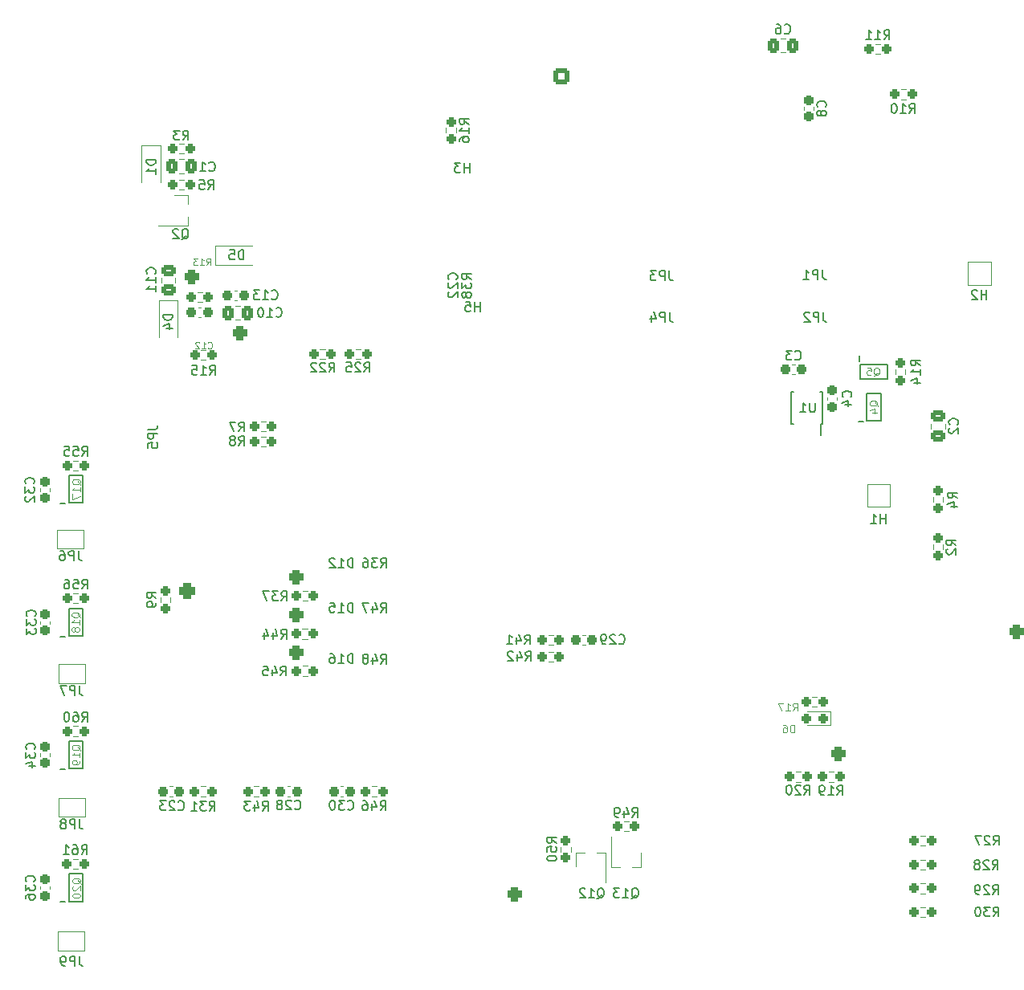
<source format=gbo>
%TF.GenerationSoftware,KiCad,Pcbnew,(6.0.11)*%
%TF.CreationDate,2023-08-10T00:19:00+09:00*%
%TF.ProjectId,main,6d61696e-2e6b-4696-9361-645f70636258,rev?*%
%TF.SameCoordinates,Original*%
%TF.FileFunction,Legend,Bot*%
%TF.FilePolarity,Positive*%
%FSLAX46Y46*%
G04 Gerber Fmt 4.6, Leading zero omitted, Abs format (unit mm)*
G04 Created by KiCad (PCBNEW (6.0.11)) date 2023-08-10 00:19:00*
%MOMM*%
%LPD*%
G01*
G04 APERTURE LIST*
G04 Aperture macros list*
%AMRoundRect*
0 Rectangle with rounded corners*
0 $1 Rounding radius*
0 $2 $3 $4 $5 $6 $7 $8 $9 X,Y pos of 4 corners*
0 Add a 4 corners polygon primitive as box body*
4,1,4,$2,$3,$4,$5,$6,$7,$8,$9,$2,$3,0*
0 Add four circle primitives for the rounded corners*
1,1,$1+$1,$2,$3*
1,1,$1+$1,$4,$5*
1,1,$1+$1,$6,$7*
1,1,$1+$1,$8,$9*
0 Add four rect primitives between the rounded corners*
20,1,$1+$1,$2,$3,$4,$5,0*
20,1,$1+$1,$4,$5,$6,$7,0*
20,1,$1+$1,$6,$7,$8,$9,0*
20,1,$1+$1,$8,$9,$2,$3,0*%
%AMFreePoly0*
4,1,6,1.000000,0.000000,0.500000,-0.750000,-0.500000,-0.750000,-0.500000,0.750000,0.500000,0.750000,1.000000,0.000000,1.000000,0.000000,$1*%
%AMFreePoly1*
4,1,6,0.500000,-0.750000,-0.650000,-0.750000,-0.150000,0.000000,-0.650000,0.750000,0.500000,0.750000,0.500000,-0.750000,0.500000,-0.750000,$1*%
G04 Aperture macros list end*
%ADD10C,0.150000*%
%ADD11C,0.120000*%
%ADD12C,0.110000*%
%ADD13C,0.200000*%
%ADD14C,1.600000*%
%ADD15RoundRect,0.381000X-0.381000X0.381000X-0.381000X-0.381000X0.381000X-0.381000X0.381000X0.381000X0*%
%ADD16C,1.524000*%
%ADD17R,2.500000X2.500000*%
%ADD18R,1.524000X1.524000*%
%ADD19R,1.700000X1.700000*%
%ADD20O,1.700000X1.700000*%
%ADD21R,1.600000X1.600000*%
%ADD22O,1.600000X1.600000*%
%ADD23R,1.308000X1.308000*%
%ADD24C,1.308000*%
%ADD25RoundRect,0.381000X-0.381000X-0.381000X0.381000X-0.381000X0.381000X0.381000X-0.381000X0.381000X0*%
%ADD26R,1.400000X1.400000*%
%ADD27C,1.400000*%
%ADD28O,4.300000X3.100000*%
%ADD29RoundRect,0.381000X0.381000X-0.381000X0.381000X0.381000X-0.381000X0.381000X-0.381000X-0.381000X0*%
%ADD30RoundRect,0.425000X-0.425000X-0.425000X0.425000X-0.425000X0.425000X0.425000X-0.425000X0.425000X0*%
%ADD31C,1.700000*%
%ADD32R,3.500000X3.500000*%
%ADD33C,3.500000*%
%ADD34R,2.000000X2.000000*%
%ADD35C,2.000000*%
%ADD36RoundRect,0.250000X0.600000X-0.600000X0.600000X0.600000X-0.600000X0.600000X-0.600000X-0.600000X0*%
%ADD37R,0.800000X1.900000*%
%ADD38RoundRect,0.237500X-0.300000X-0.237500X0.300000X-0.237500X0.300000X0.237500X-0.300000X0.237500X0*%
%ADD39RoundRect,0.250000X0.475000X-0.337500X0.475000X0.337500X-0.475000X0.337500X-0.475000X-0.337500X0*%
%ADD40RoundRect,0.237500X0.250000X0.237500X-0.250000X0.237500X-0.250000X-0.237500X0.250000X-0.237500X0*%
%ADD41RoundRect,0.237500X-0.250000X-0.237500X0.250000X-0.237500X0.250000X0.237500X-0.250000X0.237500X0*%
%ADD42RoundRect,0.237500X-0.237500X0.300000X-0.237500X-0.300000X0.237500X-0.300000X0.237500X0.300000X0*%
%ADD43RoundRect,0.237500X-0.237500X0.250000X-0.237500X-0.250000X0.237500X-0.250000X0.237500X0.250000X0*%
%ADD44RoundRect,0.237500X0.300000X0.237500X-0.300000X0.237500X-0.300000X-0.237500X0.300000X-0.237500X0*%
%ADD45R,1.200000X0.900000*%
%ADD46RoundRect,0.237500X0.237500X-0.300000X0.237500X0.300000X-0.237500X0.300000X-0.237500X-0.300000X0*%
%ADD47R,0.575000X0.620000*%
%ADD48FreePoly0,0.000000*%
%ADD49FreePoly1,0.000000*%
%ADD50RoundRect,0.250000X0.337500X0.475000X-0.337500X0.475000X-0.337500X-0.475000X0.337500X-0.475000X0*%
%ADD51R,0.300000X1.400000*%
%ADD52R,0.900000X1.200000*%
%ADD53RoundRect,0.237500X0.287500X0.237500X-0.287500X0.237500X-0.287500X-0.237500X0.287500X-0.237500X0*%
%ADD54RoundRect,0.237500X0.237500X-0.250000X0.237500X0.250000X-0.237500X0.250000X-0.237500X-0.250000X0*%
%ADD55R,0.620000X0.575000*%
%ADD56RoundRect,0.250000X-0.337500X-0.475000X0.337500X-0.475000X0.337500X0.475000X-0.337500X0.475000X0*%
%ADD57R,1.900000X0.800000*%
G04 APERTURE END LIST*
D10*
%TO.C,C22*%
X105637142Y-79447142D02*
X105684761Y-79399523D01*
X105732380Y-79256666D01*
X105732380Y-79161428D01*
X105684761Y-79018571D01*
X105589523Y-78923333D01*
X105494285Y-78875714D01*
X105303809Y-78828095D01*
X105160952Y-78828095D01*
X104970476Y-78875714D01*
X104875238Y-78923333D01*
X104780000Y-79018571D01*
X104732380Y-79161428D01*
X104732380Y-79256666D01*
X104780000Y-79399523D01*
X104827619Y-79447142D01*
X104827619Y-79828095D02*
X104780000Y-79875714D01*
X104732380Y-79970952D01*
X104732380Y-80209047D01*
X104780000Y-80304285D01*
X104827619Y-80351904D01*
X104922857Y-80399523D01*
X105018095Y-80399523D01*
X105160952Y-80351904D01*
X105732380Y-79780476D01*
X105732380Y-80399523D01*
X104827619Y-80780476D02*
X104780000Y-80828095D01*
X104732380Y-80923333D01*
X104732380Y-81161428D01*
X104780000Y-81256666D01*
X104827619Y-81304285D01*
X104922857Y-81351904D01*
X105018095Y-81351904D01*
X105160952Y-81304285D01*
X105732380Y-80732857D01*
X105732380Y-81351904D01*
%TO.C,R47*%
X97642857Y-114562380D02*
X97976190Y-114086190D01*
X98214285Y-114562380D02*
X98214285Y-113562380D01*
X97833333Y-113562380D01*
X97738095Y-113610000D01*
X97690476Y-113657619D01*
X97642857Y-113752857D01*
X97642857Y-113895714D01*
X97690476Y-113990952D01*
X97738095Y-114038571D01*
X97833333Y-114086190D01*
X98214285Y-114086190D01*
X96785714Y-113895714D02*
X96785714Y-114562380D01*
X97023809Y-113514761D02*
X97261904Y-114229047D01*
X96642857Y-114229047D01*
X96357142Y-113562380D02*
X95690476Y-113562380D01*
X96119047Y-114562380D01*
%TO.C,R48*%
X97642857Y-119982380D02*
X97976190Y-119506190D01*
X98214285Y-119982380D02*
X98214285Y-118982380D01*
X97833333Y-118982380D01*
X97738095Y-119030000D01*
X97690476Y-119077619D01*
X97642857Y-119172857D01*
X97642857Y-119315714D01*
X97690476Y-119410952D01*
X97738095Y-119458571D01*
X97833333Y-119506190D01*
X98214285Y-119506190D01*
X96785714Y-119315714D02*
X96785714Y-119982380D01*
X97023809Y-118934761D02*
X97261904Y-119649047D01*
X96642857Y-119649047D01*
X96119047Y-119410952D02*
X96214285Y-119363333D01*
X96261904Y-119315714D01*
X96309523Y-119220476D01*
X96309523Y-119172857D01*
X96261904Y-119077619D01*
X96214285Y-119030000D01*
X96119047Y-118982380D01*
X95928571Y-118982380D01*
X95833333Y-119030000D01*
X95785714Y-119077619D01*
X95738095Y-119172857D01*
X95738095Y-119220476D01*
X95785714Y-119315714D01*
X95833333Y-119363333D01*
X95928571Y-119410952D01*
X96119047Y-119410952D01*
X96214285Y-119458571D01*
X96261904Y-119506190D01*
X96309523Y-119601428D01*
X96309523Y-119791904D01*
X96261904Y-119887142D01*
X96214285Y-119934761D01*
X96119047Y-119982380D01*
X95928571Y-119982380D01*
X95833333Y-119934761D01*
X95785714Y-119887142D01*
X95738095Y-119791904D01*
X95738095Y-119601428D01*
X95785714Y-119506190D01*
X95833333Y-119458571D01*
X95928571Y-119410952D01*
%TO.C,H3*%
X107011904Y-68182380D02*
X107011904Y-67182380D01*
X107011904Y-67658571D02*
X106440476Y-67658571D01*
X106440476Y-68182380D02*
X106440476Y-67182380D01*
X106059523Y-67182380D02*
X105440476Y-67182380D01*
X105773809Y-67563333D01*
X105630952Y-67563333D01*
X105535714Y-67610952D01*
X105488095Y-67658571D01*
X105440476Y-67753809D01*
X105440476Y-67991904D01*
X105488095Y-68087142D01*
X105535714Y-68134761D01*
X105630952Y-68182380D01*
X105916666Y-68182380D01*
X106011904Y-68134761D01*
X106059523Y-68087142D01*
%TO.C,JP5*%
X73117380Y-95256666D02*
X73831666Y-95256666D01*
X73974523Y-95209047D01*
X74069761Y-95113809D01*
X74117380Y-94970952D01*
X74117380Y-94875714D01*
X74117380Y-95732857D02*
X73117380Y-95732857D01*
X73117380Y-96113809D01*
X73165000Y-96209047D01*
X73212619Y-96256666D01*
X73307857Y-96304285D01*
X73450714Y-96304285D01*
X73545952Y-96256666D01*
X73593571Y-96209047D01*
X73641190Y-96113809D01*
X73641190Y-95732857D01*
X73117380Y-97209047D02*
X73117380Y-96732857D01*
X73593571Y-96685238D01*
X73545952Y-96732857D01*
X73498333Y-96828095D01*
X73498333Y-97066190D01*
X73545952Y-97161428D01*
X73593571Y-97209047D01*
X73688809Y-97256666D01*
X73926904Y-97256666D01*
X74022142Y-97209047D01*
X74069761Y-97161428D01*
X74117380Y-97066190D01*
X74117380Y-96828095D01*
X74069761Y-96732857D01*
X74022142Y-96685238D01*
%TO.C,D12*%
X94714285Y-109862380D02*
X94714285Y-108862380D01*
X94476190Y-108862380D01*
X94333333Y-108910000D01*
X94238095Y-109005238D01*
X94190476Y-109100476D01*
X94142857Y-109290952D01*
X94142857Y-109433809D01*
X94190476Y-109624285D01*
X94238095Y-109719523D01*
X94333333Y-109814761D01*
X94476190Y-109862380D01*
X94714285Y-109862380D01*
X93190476Y-109862380D02*
X93761904Y-109862380D01*
X93476190Y-109862380D02*
X93476190Y-108862380D01*
X93571428Y-109005238D01*
X93666666Y-109100476D01*
X93761904Y-109148095D01*
X92809523Y-108957619D02*
X92761904Y-108910000D01*
X92666666Y-108862380D01*
X92428571Y-108862380D01*
X92333333Y-108910000D01*
X92285714Y-108957619D01*
X92238095Y-109052857D01*
X92238095Y-109148095D01*
X92285714Y-109290952D01*
X92857142Y-109862380D01*
X92238095Y-109862380D01*
%TO.C,JP4*%
X128083333Y-82917380D02*
X128083333Y-83631666D01*
X128130952Y-83774523D01*
X128226190Y-83869761D01*
X128369047Y-83917380D01*
X128464285Y-83917380D01*
X127607142Y-83917380D02*
X127607142Y-82917380D01*
X127226190Y-82917380D01*
X127130952Y-82965000D01*
X127083333Y-83012619D01*
X127035714Y-83107857D01*
X127035714Y-83250714D01*
X127083333Y-83345952D01*
X127130952Y-83393571D01*
X127226190Y-83441190D01*
X127607142Y-83441190D01*
X126178571Y-83250714D02*
X126178571Y-83917380D01*
X126416666Y-82869761D02*
X126654761Y-83584047D01*
X126035714Y-83584047D01*
%TO.C,R38*%
X107192380Y-79467142D02*
X106716190Y-79133809D01*
X107192380Y-78895714D02*
X106192380Y-78895714D01*
X106192380Y-79276666D01*
X106240000Y-79371904D01*
X106287619Y-79419523D01*
X106382857Y-79467142D01*
X106525714Y-79467142D01*
X106620952Y-79419523D01*
X106668571Y-79371904D01*
X106716190Y-79276666D01*
X106716190Y-78895714D01*
X106192380Y-79800476D02*
X106192380Y-80419523D01*
X106573333Y-80086190D01*
X106573333Y-80229047D01*
X106620952Y-80324285D01*
X106668571Y-80371904D01*
X106763809Y-80419523D01*
X107001904Y-80419523D01*
X107097142Y-80371904D01*
X107144761Y-80324285D01*
X107192380Y-80229047D01*
X107192380Y-79943333D01*
X107144761Y-79848095D01*
X107097142Y-79800476D01*
X106620952Y-80990952D02*
X106573333Y-80895714D01*
X106525714Y-80848095D01*
X106430476Y-80800476D01*
X106382857Y-80800476D01*
X106287619Y-80848095D01*
X106240000Y-80895714D01*
X106192380Y-80990952D01*
X106192380Y-81181428D01*
X106240000Y-81276666D01*
X106287619Y-81324285D01*
X106382857Y-81371904D01*
X106430476Y-81371904D01*
X106525714Y-81324285D01*
X106573333Y-81276666D01*
X106620952Y-81181428D01*
X106620952Y-80990952D01*
X106668571Y-80895714D01*
X106716190Y-80848095D01*
X106811428Y-80800476D01*
X107001904Y-80800476D01*
X107097142Y-80848095D01*
X107144761Y-80895714D01*
X107192380Y-80990952D01*
X107192380Y-81181428D01*
X107144761Y-81276666D01*
X107097142Y-81324285D01*
X107001904Y-81371904D01*
X106811428Y-81371904D01*
X106716190Y-81324285D01*
X106668571Y-81276666D01*
X106620952Y-81181428D01*
%TO.C,JP1*%
X144208333Y-78467380D02*
X144208333Y-79181666D01*
X144255952Y-79324523D01*
X144351190Y-79419761D01*
X144494047Y-79467380D01*
X144589285Y-79467380D01*
X143732142Y-79467380D02*
X143732142Y-78467380D01*
X143351190Y-78467380D01*
X143255952Y-78515000D01*
X143208333Y-78562619D01*
X143160714Y-78657857D01*
X143160714Y-78800714D01*
X143208333Y-78895952D01*
X143255952Y-78943571D01*
X143351190Y-78991190D01*
X143732142Y-78991190D01*
X142208333Y-79467380D02*
X142779761Y-79467380D01*
X142494047Y-79467380D02*
X142494047Y-78467380D01*
X142589285Y-78610238D01*
X142684523Y-78705476D01*
X142779761Y-78753095D01*
%TO.C,H5*%
X108101904Y-82832380D02*
X108101904Y-81832380D01*
X108101904Y-82308571D02*
X107530476Y-82308571D01*
X107530476Y-82832380D02*
X107530476Y-81832380D01*
X106578095Y-81832380D02*
X107054285Y-81832380D01*
X107101904Y-82308571D01*
X107054285Y-82260952D01*
X106959047Y-82213333D01*
X106720952Y-82213333D01*
X106625714Y-82260952D01*
X106578095Y-82308571D01*
X106530476Y-82403809D01*
X106530476Y-82641904D01*
X106578095Y-82737142D01*
X106625714Y-82784761D01*
X106720952Y-82832380D01*
X106959047Y-82832380D01*
X107054285Y-82784761D01*
X107101904Y-82737142D01*
%TO.C,R36*%
X97642857Y-109862380D02*
X97976190Y-109386190D01*
X98214285Y-109862380D02*
X98214285Y-108862380D01*
X97833333Y-108862380D01*
X97738095Y-108910000D01*
X97690476Y-108957619D01*
X97642857Y-109052857D01*
X97642857Y-109195714D01*
X97690476Y-109290952D01*
X97738095Y-109338571D01*
X97833333Y-109386190D01*
X98214285Y-109386190D01*
X97309523Y-108862380D02*
X96690476Y-108862380D01*
X97023809Y-109243333D01*
X96880952Y-109243333D01*
X96785714Y-109290952D01*
X96738095Y-109338571D01*
X96690476Y-109433809D01*
X96690476Y-109671904D01*
X96738095Y-109767142D01*
X96785714Y-109814761D01*
X96880952Y-109862380D01*
X97166666Y-109862380D01*
X97261904Y-109814761D01*
X97309523Y-109767142D01*
X95833333Y-108862380D02*
X96023809Y-108862380D01*
X96119047Y-108910000D01*
X96166666Y-108957619D01*
X96261904Y-109100476D01*
X96309523Y-109290952D01*
X96309523Y-109671904D01*
X96261904Y-109767142D01*
X96214285Y-109814761D01*
X96119047Y-109862380D01*
X95928571Y-109862380D01*
X95833333Y-109814761D01*
X95785714Y-109767142D01*
X95738095Y-109671904D01*
X95738095Y-109433809D01*
X95785714Y-109338571D01*
X95833333Y-109290952D01*
X95928571Y-109243333D01*
X96119047Y-109243333D01*
X96214285Y-109290952D01*
X96261904Y-109338571D01*
X96309523Y-109433809D01*
%TO.C,JP3*%
X128058333Y-78567380D02*
X128058333Y-79281666D01*
X128105952Y-79424523D01*
X128201190Y-79519761D01*
X128344047Y-79567380D01*
X128439285Y-79567380D01*
X127582142Y-79567380D02*
X127582142Y-78567380D01*
X127201190Y-78567380D01*
X127105952Y-78615000D01*
X127058333Y-78662619D01*
X127010714Y-78757857D01*
X127010714Y-78900714D01*
X127058333Y-78995952D01*
X127105952Y-79043571D01*
X127201190Y-79091190D01*
X127582142Y-79091190D01*
X126677380Y-78567380D02*
X126058333Y-78567380D01*
X126391666Y-78948333D01*
X126248809Y-78948333D01*
X126153571Y-78995952D01*
X126105952Y-79043571D01*
X126058333Y-79138809D01*
X126058333Y-79376904D01*
X126105952Y-79472142D01*
X126153571Y-79519761D01*
X126248809Y-79567380D01*
X126534523Y-79567380D01*
X126629761Y-79519761D01*
X126677380Y-79472142D01*
%TO.C,D15*%
X94714285Y-114562380D02*
X94714285Y-113562380D01*
X94476190Y-113562380D01*
X94333333Y-113610000D01*
X94238095Y-113705238D01*
X94190476Y-113800476D01*
X94142857Y-113990952D01*
X94142857Y-114133809D01*
X94190476Y-114324285D01*
X94238095Y-114419523D01*
X94333333Y-114514761D01*
X94476190Y-114562380D01*
X94714285Y-114562380D01*
X93190476Y-114562380D02*
X93761904Y-114562380D01*
X93476190Y-114562380D02*
X93476190Y-113562380D01*
X93571428Y-113705238D01*
X93666666Y-113800476D01*
X93761904Y-113848095D01*
X92285714Y-113562380D02*
X92761904Y-113562380D01*
X92809523Y-114038571D01*
X92761904Y-113990952D01*
X92666666Y-113943333D01*
X92428571Y-113943333D01*
X92333333Y-113990952D01*
X92285714Y-114038571D01*
X92238095Y-114133809D01*
X92238095Y-114371904D01*
X92285714Y-114467142D01*
X92333333Y-114514761D01*
X92428571Y-114562380D01*
X92666666Y-114562380D01*
X92761904Y-114514761D01*
X92809523Y-114467142D01*
%TO.C,JP2*%
X144283333Y-82917380D02*
X144283333Y-83631666D01*
X144330952Y-83774523D01*
X144426190Y-83869761D01*
X144569047Y-83917380D01*
X144664285Y-83917380D01*
X143807142Y-83917380D02*
X143807142Y-82917380D01*
X143426190Y-82917380D01*
X143330952Y-82965000D01*
X143283333Y-83012619D01*
X143235714Y-83107857D01*
X143235714Y-83250714D01*
X143283333Y-83345952D01*
X143330952Y-83393571D01*
X143426190Y-83441190D01*
X143807142Y-83441190D01*
X142854761Y-83012619D02*
X142807142Y-82965000D01*
X142711904Y-82917380D01*
X142473809Y-82917380D01*
X142378571Y-82965000D01*
X142330952Y-83012619D01*
X142283333Y-83107857D01*
X142283333Y-83203095D01*
X142330952Y-83345952D01*
X142902380Y-83917380D01*
X142283333Y-83917380D01*
%TO.C,D16*%
X94704285Y-119922380D02*
X94704285Y-118922380D01*
X94466190Y-118922380D01*
X94323333Y-118970000D01*
X94228095Y-119065238D01*
X94180476Y-119160476D01*
X94132857Y-119350952D01*
X94132857Y-119493809D01*
X94180476Y-119684285D01*
X94228095Y-119779523D01*
X94323333Y-119874761D01*
X94466190Y-119922380D01*
X94704285Y-119922380D01*
X93180476Y-119922380D02*
X93751904Y-119922380D01*
X93466190Y-119922380D02*
X93466190Y-118922380D01*
X93561428Y-119065238D01*
X93656666Y-119160476D01*
X93751904Y-119208095D01*
X92323333Y-118922380D02*
X92513809Y-118922380D01*
X92609047Y-118970000D01*
X92656666Y-119017619D01*
X92751904Y-119160476D01*
X92799523Y-119350952D01*
X92799523Y-119731904D01*
X92751904Y-119827142D01*
X92704285Y-119874761D01*
X92609047Y-119922380D01*
X92418571Y-119922380D01*
X92323333Y-119874761D01*
X92275714Y-119827142D01*
X92228095Y-119731904D01*
X92228095Y-119493809D01*
X92275714Y-119398571D01*
X92323333Y-119350952D01*
X92418571Y-119303333D01*
X92609047Y-119303333D01*
X92704285Y-119350952D01*
X92751904Y-119398571D01*
X92799523Y-119493809D01*
%TO.C,Q12*%
X120451428Y-144747619D02*
X120546666Y-144700000D01*
X120641904Y-144604761D01*
X120784761Y-144461904D01*
X120880000Y-144414285D01*
X120975238Y-144414285D01*
X120927619Y-144652380D02*
X121022857Y-144604761D01*
X121118095Y-144509523D01*
X121165714Y-144319047D01*
X121165714Y-143985714D01*
X121118095Y-143795238D01*
X121022857Y-143700000D01*
X120927619Y-143652380D01*
X120737142Y-143652380D01*
X120641904Y-143700000D01*
X120546666Y-143795238D01*
X120499047Y-143985714D01*
X120499047Y-144319047D01*
X120546666Y-144509523D01*
X120641904Y-144604761D01*
X120737142Y-144652380D01*
X120927619Y-144652380D01*
X119546666Y-144652380D02*
X120118095Y-144652380D01*
X119832380Y-144652380D02*
X119832380Y-143652380D01*
X119927619Y-143795238D01*
X120022857Y-143890476D01*
X120118095Y-143938095D01*
X119165714Y-143747619D02*
X119118095Y-143700000D01*
X119022857Y-143652380D01*
X118784761Y-143652380D01*
X118689523Y-143700000D01*
X118641904Y-143747619D01*
X118594285Y-143842857D01*
X118594285Y-143938095D01*
X118641904Y-144080952D01*
X119213333Y-144652380D01*
X118594285Y-144652380D01*
%TO.C,C30*%
X94162857Y-135307142D02*
X94210476Y-135354761D01*
X94353333Y-135402380D01*
X94448571Y-135402380D01*
X94591428Y-135354761D01*
X94686666Y-135259523D01*
X94734285Y-135164285D01*
X94781904Y-134973809D01*
X94781904Y-134830952D01*
X94734285Y-134640476D01*
X94686666Y-134545238D01*
X94591428Y-134450000D01*
X94448571Y-134402380D01*
X94353333Y-134402380D01*
X94210476Y-134450000D01*
X94162857Y-134497619D01*
X93829523Y-134402380D02*
X93210476Y-134402380D01*
X93543809Y-134783333D01*
X93400952Y-134783333D01*
X93305714Y-134830952D01*
X93258095Y-134878571D01*
X93210476Y-134973809D01*
X93210476Y-135211904D01*
X93258095Y-135307142D01*
X93305714Y-135354761D01*
X93400952Y-135402380D01*
X93686666Y-135402380D01*
X93781904Y-135354761D01*
X93829523Y-135307142D01*
X92591428Y-134402380D02*
X92496190Y-134402380D01*
X92400952Y-134450000D01*
X92353333Y-134497619D01*
X92305714Y-134592857D01*
X92258095Y-134783333D01*
X92258095Y-135021428D01*
X92305714Y-135211904D01*
X92353333Y-135307142D01*
X92400952Y-135354761D01*
X92496190Y-135402380D01*
X92591428Y-135402380D01*
X92686666Y-135354761D01*
X92734285Y-135307142D01*
X92781904Y-135211904D01*
X92829523Y-135021428D01*
X92829523Y-134783333D01*
X92781904Y-134592857D01*
X92734285Y-134497619D01*
X92686666Y-134450000D01*
X92591428Y-134402380D01*
%TO.C,C2*%
X158437142Y-94763333D02*
X158484761Y-94715714D01*
X158532380Y-94572857D01*
X158532380Y-94477619D01*
X158484761Y-94334761D01*
X158389523Y-94239523D01*
X158294285Y-94191904D01*
X158103809Y-94144285D01*
X157960952Y-94144285D01*
X157770476Y-94191904D01*
X157675238Y-94239523D01*
X157580000Y-94334761D01*
X157532380Y-94477619D01*
X157532380Y-94572857D01*
X157580000Y-94715714D01*
X157627619Y-94763333D01*
X157627619Y-95144285D02*
X157580000Y-95191904D01*
X157532380Y-95287142D01*
X157532380Y-95525238D01*
X157580000Y-95620476D01*
X157627619Y-95668095D01*
X157722857Y-95715714D01*
X157818095Y-95715714D01*
X157960952Y-95668095D01*
X158532380Y-95096666D01*
X158532380Y-95715714D01*
%TO.C,R19*%
X145762857Y-133832380D02*
X146096190Y-133356190D01*
X146334285Y-133832380D02*
X146334285Y-132832380D01*
X145953333Y-132832380D01*
X145858095Y-132880000D01*
X145810476Y-132927619D01*
X145762857Y-133022857D01*
X145762857Y-133165714D01*
X145810476Y-133260952D01*
X145858095Y-133308571D01*
X145953333Y-133356190D01*
X146334285Y-133356190D01*
X144810476Y-133832380D02*
X145381904Y-133832380D01*
X145096190Y-133832380D02*
X145096190Y-132832380D01*
X145191428Y-132975238D01*
X145286666Y-133070476D01*
X145381904Y-133118095D01*
X144334285Y-133832380D02*
X144143809Y-133832380D01*
X144048571Y-133784761D01*
X144000952Y-133737142D01*
X143905714Y-133594285D01*
X143858095Y-133403809D01*
X143858095Y-133022857D01*
X143905714Y-132927619D01*
X143953333Y-132880000D01*
X144048571Y-132832380D01*
X144239047Y-132832380D01*
X144334285Y-132880000D01*
X144381904Y-132927619D01*
X144429523Y-133022857D01*
X144429523Y-133260952D01*
X144381904Y-133356190D01*
X144334285Y-133403809D01*
X144239047Y-133451428D01*
X144048571Y-133451428D01*
X143953333Y-133403809D01*
X143905714Y-133356190D01*
X143858095Y-133260952D01*
%TO.C,R45*%
X87092857Y-121242380D02*
X87426190Y-120766190D01*
X87664285Y-121242380D02*
X87664285Y-120242380D01*
X87283333Y-120242380D01*
X87188095Y-120290000D01*
X87140476Y-120337619D01*
X87092857Y-120432857D01*
X87092857Y-120575714D01*
X87140476Y-120670952D01*
X87188095Y-120718571D01*
X87283333Y-120766190D01*
X87664285Y-120766190D01*
X86235714Y-120575714D02*
X86235714Y-121242380D01*
X86473809Y-120194761D02*
X86711904Y-120909047D01*
X86092857Y-120909047D01*
X85235714Y-120242380D02*
X85711904Y-120242380D01*
X85759523Y-120718571D01*
X85711904Y-120670952D01*
X85616666Y-120623333D01*
X85378571Y-120623333D01*
X85283333Y-120670952D01*
X85235714Y-120718571D01*
X85188095Y-120813809D01*
X85188095Y-121051904D01*
X85235714Y-121147142D01*
X85283333Y-121194761D01*
X85378571Y-121242380D01*
X85616666Y-121242380D01*
X85711904Y-121194761D01*
X85759523Y-121147142D01*
%TO.C,Q13*%
X124061428Y-144747619D02*
X124156666Y-144700000D01*
X124251904Y-144604761D01*
X124394761Y-144461904D01*
X124490000Y-144414285D01*
X124585238Y-144414285D01*
X124537619Y-144652380D02*
X124632857Y-144604761D01*
X124728095Y-144509523D01*
X124775714Y-144319047D01*
X124775714Y-143985714D01*
X124728095Y-143795238D01*
X124632857Y-143700000D01*
X124537619Y-143652380D01*
X124347142Y-143652380D01*
X124251904Y-143700000D01*
X124156666Y-143795238D01*
X124109047Y-143985714D01*
X124109047Y-144319047D01*
X124156666Y-144509523D01*
X124251904Y-144604761D01*
X124347142Y-144652380D01*
X124537619Y-144652380D01*
X123156666Y-144652380D02*
X123728095Y-144652380D01*
X123442380Y-144652380D02*
X123442380Y-143652380D01*
X123537619Y-143795238D01*
X123632857Y-143890476D01*
X123728095Y-143938095D01*
X122823333Y-143652380D02*
X122204285Y-143652380D01*
X122537619Y-144033333D01*
X122394761Y-144033333D01*
X122299523Y-144080952D01*
X122251904Y-144128571D01*
X122204285Y-144223809D01*
X122204285Y-144461904D01*
X122251904Y-144557142D01*
X122299523Y-144604761D01*
X122394761Y-144652380D01*
X122680476Y-144652380D01*
X122775714Y-144604761D01*
X122823333Y-144557142D01*
%TO.C,R10*%
X153372857Y-61922380D02*
X153706190Y-61446190D01*
X153944285Y-61922380D02*
X153944285Y-60922380D01*
X153563333Y-60922380D01*
X153468095Y-60970000D01*
X153420476Y-61017619D01*
X153372857Y-61112857D01*
X153372857Y-61255714D01*
X153420476Y-61350952D01*
X153468095Y-61398571D01*
X153563333Y-61446190D01*
X153944285Y-61446190D01*
X152420476Y-61922380D02*
X152991904Y-61922380D01*
X152706190Y-61922380D02*
X152706190Y-60922380D01*
X152801428Y-61065238D01*
X152896666Y-61160476D01*
X152991904Y-61208095D01*
X151801428Y-60922380D02*
X151706190Y-60922380D01*
X151610952Y-60970000D01*
X151563333Y-61017619D01*
X151515714Y-61112857D01*
X151468095Y-61303333D01*
X151468095Y-61541428D01*
X151515714Y-61731904D01*
X151563333Y-61827142D01*
X151610952Y-61874761D01*
X151706190Y-61922380D01*
X151801428Y-61922380D01*
X151896666Y-61874761D01*
X151944285Y-61827142D01*
X151991904Y-61731904D01*
X152039523Y-61541428D01*
X152039523Y-61303333D01*
X151991904Y-61112857D01*
X151944285Y-61017619D01*
X151896666Y-60970000D01*
X151801428Y-60922380D01*
%TO.C,C4*%
X147187142Y-91853333D02*
X147234761Y-91805714D01*
X147282380Y-91662857D01*
X147282380Y-91567619D01*
X147234761Y-91424761D01*
X147139523Y-91329523D01*
X147044285Y-91281904D01*
X146853809Y-91234285D01*
X146710952Y-91234285D01*
X146520476Y-91281904D01*
X146425238Y-91329523D01*
X146330000Y-91424761D01*
X146282380Y-91567619D01*
X146282380Y-91662857D01*
X146330000Y-91805714D01*
X146377619Y-91853333D01*
X146615714Y-92710476D02*
X147282380Y-92710476D01*
X146234761Y-92472380D02*
X146949047Y-92234285D01*
X146949047Y-92853333D01*
%TO.C,R9*%
X73972380Y-113073333D02*
X73496190Y-112740000D01*
X73972380Y-112501904D02*
X72972380Y-112501904D01*
X72972380Y-112882857D01*
X73020000Y-112978095D01*
X73067619Y-113025714D01*
X73162857Y-113073333D01*
X73305714Y-113073333D01*
X73400952Y-113025714D01*
X73448571Y-112978095D01*
X73496190Y-112882857D01*
X73496190Y-112501904D01*
X73972380Y-113549523D02*
X73972380Y-113740000D01*
X73924761Y-113835238D01*
X73877142Y-113882857D01*
X73734285Y-113978095D01*
X73543809Y-114025714D01*
X73162857Y-114025714D01*
X73067619Y-113978095D01*
X73020000Y-113930476D01*
X72972380Y-113835238D01*
X72972380Y-113644761D01*
X73020000Y-113549523D01*
X73067619Y-113501904D01*
X73162857Y-113454285D01*
X73400952Y-113454285D01*
X73496190Y-113501904D01*
X73543809Y-113549523D01*
X73591428Y-113644761D01*
X73591428Y-113835238D01*
X73543809Y-113930476D01*
X73496190Y-113978095D01*
X73400952Y-114025714D01*
%TO.C,C23*%
X76292857Y-135357142D02*
X76340476Y-135404761D01*
X76483333Y-135452380D01*
X76578571Y-135452380D01*
X76721428Y-135404761D01*
X76816666Y-135309523D01*
X76864285Y-135214285D01*
X76911904Y-135023809D01*
X76911904Y-134880952D01*
X76864285Y-134690476D01*
X76816666Y-134595238D01*
X76721428Y-134500000D01*
X76578571Y-134452380D01*
X76483333Y-134452380D01*
X76340476Y-134500000D01*
X76292857Y-134547619D01*
X75911904Y-134547619D02*
X75864285Y-134500000D01*
X75769047Y-134452380D01*
X75530952Y-134452380D01*
X75435714Y-134500000D01*
X75388095Y-134547619D01*
X75340476Y-134642857D01*
X75340476Y-134738095D01*
X75388095Y-134880952D01*
X75959523Y-135452380D01*
X75340476Y-135452380D01*
X75007142Y-134452380D02*
X74388095Y-134452380D01*
X74721428Y-134833333D01*
X74578571Y-134833333D01*
X74483333Y-134880952D01*
X74435714Y-134928571D01*
X74388095Y-135023809D01*
X74388095Y-135261904D01*
X74435714Y-135357142D01*
X74483333Y-135404761D01*
X74578571Y-135452380D01*
X74864285Y-135452380D01*
X74959523Y-135404761D01*
X75007142Y-135357142D01*
%TO.C,C3*%
X141316666Y-87867142D02*
X141364285Y-87914761D01*
X141507142Y-87962380D01*
X141602380Y-87962380D01*
X141745238Y-87914761D01*
X141840476Y-87819523D01*
X141888095Y-87724285D01*
X141935714Y-87533809D01*
X141935714Y-87390952D01*
X141888095Y-87200476D01*
X141840476Y-87105238D01*
X141745238Y-87010000D01*
X141602380Y-86962380D01*
X141507142Y-86962380D01*
X141364285Y-87010000D01*
X141316666Y-87057619D01*
X140983333Y-86962380D02*
X140364285Y-86962380D01*
X140697619Y-87343333D01*
X140554761Y-87343333D01*
X140459523Y-87390952D01*
X140411904Y-87438571D01*
X140364285Y-87533809D01*
X140364285Y-87771904D01*
X140411904Y-87867142D01*
X140459523Y-87914761D01*
X140554761Y-87962380D01*
X140840476Y-87962380D01*
X140935714Y-87914761D01*
X140983333Y-87867142D01*
%TO.C,R61*%
X66102857Y-140092380D02*
X66436190Y-139616190D01*
X66674285Y-140092380D02*
X66674285Y-139092380D01*
X66293333Y-139092380D01*
X66198095Y-139140000D01*
X66150476Y-139187619D01*
X66102857Y-139282857D01*
X66102857Y-139425714D01*
X66150476Y-139520952D01*
X66198095Y-139568571D01*
X66293333Y-139616190D01*
X66674285Y-139616190D01*
X65245714Y-139092380D02*
X65436190Y-139092380D01*
X65531428Y-139140000D01*
X65579047Y-139187619D01*
X65674285Y-139330476D01*
X65721904Y-139520952D01*
X65721904Y-139901904D01*
X65674285Y-139997142D01*
X65626666Y-140044761D01*
X65531428Y-140092380D01*
X65340952Y-140092380D01*
X65245714Y-140044761D01*
X65198095Y-139997142D01*
X65150476Y-139901904D01*
X65150476Y-139663809D01*
X65198095Y-139568571D01*
X65245714Y-139520952D01*
X65340952Y-139473333D01*
X65531428Y-139473333D01*
X65626666Y-139520952D01*
X65674285Y-139568571D01*
X65721904Y-139663809D01*
X64198095Y-140092380D02*
X64769523Y-140092380D01*
X64483809Y-140092380D02*
X64483809Y-139092380D01*
X64579047Y-139235238D01*
X64674285Y-139330476D01*
X64769523Y-139378095D01*
%TO.C,D1*%
X73942380Y-66831904D02*
X72942380Y-66831904D01*
X72942380Y-67070000D01*
X72990000Y-67212857D01*
X73085238Y-67308095D01*
X73180476Y-67355714D01*
X73370952Y-67403333D01*
X73513809Y-67403333D01*
X73704285Y-67355714D01*
X73799523Y-67308095D01*
X73894761Y-67212857D01*
X73942380Y-67070000D01*
X73942380Y-66831904D01*
X73942380Y-68355714D02*
X73942380Y-67784285D01*
X73942380Y-68070000D02*
X72942380Y-68070000D01*
X73085238Y-67974761D01*
X73180476Y-67879523D01*
X73228095Y-67784285D01*
%TO.C,R3*%
X76786666Y-64762380D02*
X77120000Y-64286190D01*
X77358095Y-64762380D02*
X77358095Y-63762380D01*
X76977142Y-63762380D01*
X76881904Y-63810000D01*
X76834285Y-63857619D01*
X76786666Y-63952857D01*
X76786666Y-64095714D01*
X76834285Y-64190952D01*
X76881904Y-64238571D01*
X76977142Y-64286190D01*
X77358095Y-64286190D01*
X76453333Y-63762380D02*
X75834285Y-63762380D01*
X76167619Y-64143333D01*
X76024761Y-64143333D01*
X75929523Y-64190952D01*
X75881904Y-64238571D01*
X75834285Y-64333809D01*
X75834285Y-64571904D01*
X75881904Y-64667142D01*
X75929523Y-64714761D01*
X76024761Y-64762380D01*
X76310476Y-64762380D01*
X76405714Y-64714761D01*
X76453333Y-64667142D01*
%TO.C,R11*%
X150692857Y-54162380D02*
X151026190Y-53686190D01*
X151264285Y-54162380D02*
X151264285Y-53162380D01*
X150883333Y-53162380D01*
X150788095Y-53210000D01*
X150740476Y-53257619D01*
X150692857Y-53352857D01*
X150692857Y-53495714D01*
X150740476Y-53590952D01*
X150788095Y-53638571D01*
X150883333Y-53686190D01*
X151264285Y-53686190D01*
X149740476Y-54162380D02*
X150311904Y-54162380D01*
X150026190Y-54162380D02*
X150026190Y-53162380D01*
X150121428Y-53305238D01*
X150216666Y-53400476D01*
X150311904Y-53448095D01*
X148788095Y-54162380D02*
X149359523Y-54162380D01*
X149073809Y-54162380D02*
X149073809Y-53162380D01*
X149169047Y-53305238D01*
X149264285Y-53400476D01*
X149359523Y-53448095D01*
%TO.C,C8*%
X144537142Y-61273333D02*
X144584761Y-61225714D01*
X144632380Y-61082857D01*
X144632380Y-60987619D01*
X144584761Y-60844761D01*
X144489523Y-60749523D01*
X144394285Y-60701904D01*
X144203809Y-60654285D01*
X144060952Y-60654285D01*
X143870476Y-60701904D01*
X143775238Y-60749523D01*
X143680000Y-60844761D01*
X143632380Y-60987619D01*
X143632380Y-61082857D01*
X143680000Y-61225714D01*
X143727619Y-61273333D01*
X144060952Y-61844761D02*
X144013333Y-61749523D01*
X143965714Y-61701904D01*
X143870476Y-61654285D01*
X143822857Y-61654285D01*
X143727619Y-61701904D01*
X143680000Y-61749523D01*
X143632380Y-61844761D01*
X143632380Y-62035238D01*
X143680000Y-62130476D01*
X143727619Y-62178095D01*
X143822857Y-62225714D01*
X143870476Y-62225714D01*
X143965714Y-62178095D01*
X144013333Y-62130476D01*
X144060952Y-62035238D01*
X144060952Y-61844761D01*
X144108571Y-61749523D01*
X144156190Y-61701904D01*
X144251428Y-61654285D01*
X144441904Y-61654285D01*
X144537142Y-61701904D01*
X144584761Y-61749523D01*
X144632380Y-61844761D01*
X144632380Y-62035238D01*
X144584761Y-62130476D01*
X144537142Y-62178095D01*
X144441904Y-62225714D01*
X144251428Y-62225714D01*
X144156190Y-62178095D01*
X144108571Y-62130476D01*
X144060952Y-62035238D01*
D11*
%TO.C,Q20*%
X66018095Y-143182857D02*
X65980000Y-143106666D01*
X65903809Y-143030476D01*
X65789523Y-142916190D01*
X65751428Y-142840000D01*
X65751428Y-142763809D01*
X65941904Y-142801904D02*
X65903809Y-142725714D01*
X65827619Y-142649523D01*
X65675238Y-142611428D01*
X65408571Y-142611428D01*
X65256190Y-142649523D01*
X65180000Y-142725714D01*
X65141904Y-142801904D01*
X65141904Y-142954285D01*
X65180000Y-143030476D01*
X65256190Y-143106666D01*
X65408571Y-143144761D01*
X65675238Y-143144761D01*
X65827619Y-143106666D01*
X65903809Y-143030476D01*
X65941904Y-142954285D01*
X65941904Y-142801904D01*
X65218095Y-143449523D02*
X65180000Y-143487619D01*
X65141904Y-143563809D01*
X65141904Y-143754285D01*
X65180000Y-143830476D01*
X65218095Y-143868571D01*
X65294285Y-143906666D01*
X65370476Y-143906666D01*
X65484761Y-143868571D01*
X65941904Y-143411428D01*
X65941904Y-143906666D01*
X65141904Y-144401904D02*
X65141904Y-144478095D01*
X65180000Y-144554285D01*
X65218095Y-144592380D01*
X65294285Y-144630476D01*
X65446666Y-144668571D01*
X65637142Y-144668571D01*
X65789523Y-144630476D01*
X65865714Y-144592380D01*
X65903809Y-144554285D01*
X65941904Y-144478095D01*
X65941904Y-144401904D01*
X65903809Y-144325714D01*
X65865714Y-144287619D01*
X65789523Y-144249523D01*
X65637142Y-144211428D01*
X65446666Y-144211428D01*
X65294285Y-144249523D01*
X65218095Y-144287619D01*
X65180000Y-144325714D01*
X65141904Y-144401904D01*
D10*
%TO.C,R50*%
X116172380Y-138897142D02*
X115696190Y-138563809D01*
X116172380Y-138325714D02*
X115172380Y-138325714D01*
X115172380Y-138706666D01*
X115220000Y-138801904D01*
X115267619Y-138849523D01*
X115362857Y-138897142D01*
X115505714Y-138897142D01*
X115600952Y-138849523D01*
X115648571Y-138801904D01*
X115696190Y-138706666D01*
X115696190Y-138325714D01*
X115172380Y-139801904D02*
X115172380Y-139325714D01*
X115648571Y-139278095D01*
X115600952Y-139325714D01*
X115553333Y-139420952D01*
X115553333Y-139659047D01*
X115600952Y-139754285D01*
X115648571Y-139801904D01*
X115743809Y-139849523D01*
X115981904Y-139849523D01*
X116077142Y-139801904D01*
X116124761Y-139754285D01*
X116172380Y-139659047D01*
X116172380Y-139420952D01*
X116124761Y-139325714D01*
X116077142Y-139278095D01*
X115172380Y-140468571D02*
X115172380Y-140563809D01*
X115220000Y-140659047D01*
X115267619Y-140706666D01*
X115362857Y-140754285D01*
X115553333Y-140801904D01*
X115791428Y-140801904D01*
X115981904Y-140754285D01*
X116077142Y-140706666D01*
X116124761Y-140659047D01*
X116172380Y-140563809D01*
X116172380Y-140468571D01*
X116124761Y-140373333D01*
X116077142Y-140325714D01*
X115981904Y-140278095D01*
X115791428Y-140230476D01*
X115553333Y-140230476D01*
X115362857Y-140278095D01*
X115267619Y-140325714D01*
X115220000Y-140373333D01*
X115172380Y-140468571D01*
%TO.C,R4*%
X158412380Y-102533333D02*
X157936190Y-102200000D01*
X158412380Y-101961904D02*
X157412380Y-101961904D01*
X157412380Y-102342857D01*
X157460000Y-102438095D01*
X157507619Y-102485714D01*
X157602857Y-102533333D01*
X157745714Y-102533333D01*
X157840952Y-102485714D01*
X157888571Y-102438095D01*
X157936190Y-102342857D01*
X157936190Y-101961904D01*
X157745714Y-103390476D02*
X158412380Y-103390476D01*
X157364761Y-103152380D02*
X158079047Y-102914285D01*
X158079047Y-103533333D01*
%TO.C,R27*%
X162232857Y-139102380D02*
X162566190Y-138626190D01*
X162804285Y-139102380D02*
X162804285Y-138102380D01*
X162423333Y-138102380D01*
X162328095Y-138150000D01*
X162280476Y-138197619D01*
X162232857Y-138292857D01*
X162232857Y-138435714D01*
X162280476Y-138530952D01*
X162328095Y-138578571D01*
X162423333Y-138626190D01*
X162804285Y-138626190D01*
X161851904Y-138197619D02*
X161804285Y-138150000D01*
X161709047Y-138102380D01*
X161470952Y-138102380D01*
X161375714Y-138150000D01*
X161328095Y-138197619D01*
X161280476Y-138292857D01*
X161280476Y-138388095D01*
X161328095Y-138530952D01*
X161899523Y-139102380D01*
X161280476Y-139102380D01*
X160947142Y-138102380D02*
X160280476Y-138102380D01*
X160709047Y-139102380D01*
D11*
%TO.C,Q4*%
X150078095Y-92833809D02*
X150040000Y-92757619D01*
X149963809Y-92681428D01*
X149849523Y-92567142D01*
X149811428Y-92490952D01*
X149811428Y-92414761D01*
X150001904Y-92452857D02*
X149963809Y-92376666D01*
X149887619Y-92300476D01*
X149735238Y-92262380D01*
X149468571Y-92262380D01*
X149316190Y-92300476D01*
X149240000Y-92376666D01*
X149201904Y-92452857D01*
X149201904Y-92605238D01*
X149240000Y-92681428D01*
X149316190Y-92757619D01*
X149468571Y-92795714D01*
X149735238Y-92795714D01*
X149887619Y-92757619D01*
X149963809Y-92681428D01*
X150001904Y-92605238D01*
X150001904Y-92452857D01*
X149468571Y-93481428D02*
X150001904Y-93481428D01*
X149163809Y-93290952D02*
X149735238Y-93100476D01*
X149735238Y-93595714D01*
D10*
%TO.C,R5*%
X79436666Y-69972380D02*
X79770000Y-69496190D01*
X80008095Y-69972380D02*
X80008095Y-68972380D01*
X79627142Y-68972380D01*
X79531904Y-69020000D01*
X79484285Y-69067619D01*
X79436666Y-69162857D01*
X79436666Y-69305714D01*
X79484285Y-69400952D01*
X79531904Y-69448571D01*
X79627142Y-69496190D01*
X80008095Y-69496190D01*
X78531904Y-68972380D02*
X79008095Y-68972380D01*
X79055714Y-69448571D01*
X79008095Y-69400952D01*
X78912857Y-69353333D01*
X78674761Y-69353333D01*
X78579523Y-69400952D01*
X78531904Y-69448571D01*
X78484285Y-69543809D01*
X78484285Y-69781904D01*
X78531904Y-69877142D01*
X78579523Y-69924761D01*
X78674761Y-69972380D01*
X78912857Y-69972380D01*
X79008095Y-69924761D01*
X79055714Y-69877142D01*
D12*
%TO.C,R13*%
X79250000Y-77966666D02*
X79483333Y-77633333D01*
X79650000Y-77966666D02*
X79650000Y-77266666D01*
X79383333Y-77266666D01*
X79316666Y-77300000D01*
X79283333Y-77333333D01*
X79250000Y-77400000D01*
X79250000Y-77500000D01*
X79283333Y-77566666D01*
X79316666Y-77600000D01*
X79383333Y-77633333D01*
X79650000Y-77633333D01*
X78583333Y-77966666D02*
X78983333Y-77966666D01*
X78783333Y-77966666D02*
X78783333Y-77266666D01*
X78850000Y-77366666D01*
X78916666Y-77433333D01*
X78983333Y-77466666D01*
X78350000Y-77266666D02*
X77916666Y-77266666D01*
X78150000Y-77533333D01*
X78050000Y-77533333D01*
X77983333Y-77566666D01*
X77950000Y-77600000D01*
X77916666Y-77666666D01*
X77916666Y-77833333D01*
X77950000Y-77900000D01*
X77983333Y-77933333D01*
X78050000Y-77966666D01*
X78250000Y-77966666D01*
X78316666Y-77933333D01*
X78350000Y-77900000D01*
D10*
%TO.C,H2*%
X161511904Y-81562380D02*
X161511904Y-80562380D01*
X161511904Y-81038571D02*
X160940476Y-81038571D01*
X160940476Y-81562380D02*
X160940476Y-80562380D01*
X160511904Y-80657619D02*
X160464285Y-80610000D01*
X160369047Y-80562380D01*
X160130952Y-80562380D01*
X160035714Y-80610000D01*
X159988095Y-80657619D01*
X159940476Y-80752857D01*
X159940476Y-80848095D01*
X159988095Y-80990952D01*
X160559523Y-81562380D01*
X159940476Y-81562380D01*
%TO.C,JP8*%
X65883333Y-136392380D02*
X65883333Y-137106666D01*
X65930952Y-137249523D01*
X66026190Y-137344761D01*
X66169047Y-137392380D01*
X66264285Y-137392380D01*
X65407142Y-137392380D02*
X65407142Y-136392380D01*
X65026190Y-136392380D01*
X64930952Y-136440000D01*
X64883333Y-136487619D01*
X64835714Y-136582857D01*
X64835714Y-136725714D01*
X64883333Y-136820952D01*
X64930952Y-136868571D01*
X65026190Y-136916190D01*
X65407142Y-136916190D01*
X64264285Y-136820952D02*
X64359523Y-136773333D01*
X64407142Y-136725714D01*
X64454761Y-136630476D01*
X64454761Y-136582857D01*
X64407142Y-136487619D01*
X64359523Y-136440000D01*
X64264285Y-136392380D01*
X64073809Y-136392380D01*
X63978571Y-136440000D01*
X63930952Y-136487619D01*
X63883333Y-136582857D01*
X63883333Y-136630476D01*
X63930952Y-136725714D01*
X63978571Y-136773333D01*
X64073809Y-136820952D01*
X64264285Y-136820952D01*
X64359523Y-136868571D01*
X64407142Y-136916190D01*
X64454761Y-137011428D01*
X64454761Y-137201904D01*
X64407142Y-137297142D01*
X64359523Y-137344761D01*
X64264285Y-137392380D01*
X64073809Y-137392380D01*
X63978571Y-137344761D01*
X63930952Y-137297142D01*
X63883333Y-137201904D01*
X63883333Y-137011428D01*
X63930952Y-136916190D01*
X63978571Y-136868571D01*
X64073809Y-136820952D01*
%TO.C,C32*%
X61057142Y-101007142D02*
X61104761Y-100959523D01*
X61152380Y-100816666D01*
X61152380Y-100721428D01*
X61104761Y-100578571D01*
X61009523Y-100483333D01*
X60914285Y-100435714D01*
X60723809Y-100388095D01*
X60580952Y-100388095D01*
X60390476Y-100435714D01*
X60295238Y-100483333D01*
X60200000Y-100578571D01*
X60152380Y-100721428D01*
X60152380Y-100816666D01*
X60200000Y-100959523D01*
X60247619Y-101007142D01*
X60152380Y-101340476D02*
X60152380Y-101959523D01*
X60533333Y-101626190D01*
X60533333Y-101769047D01*
X60580952Y-101864285D01*
X60628571Y-101911904D01*
X60723809Y-101959523D01*
X60961904Y-101959523D01*
X61057142Y-101911904D01*
X61104761Y-101864285D01*
X61152380Y-101769047D01*
X61152380Y-101483333D01*
X61104761Y-101388095D01*
X61057142Y-101340476D01*
X60247619Y-102340476D02*
X60200000Y-102388095D01*
X60152380Y-102483333D01*
X60152380Y-102721428D01*
X60200000Y-102816666D01*
X60247619Y-102864285D01*
X60342857Y-102911904D01*
X60438095Y-102911904D01*
X60580952Y-102864285D01*
X61152380Y-102292857D01*
X61152380Y-102911904D01*
%TO.C,H1*%
X150891904Y-105212380D02*
X150891904Y-104212380D01*
X150891904Y-104688571D02*
X150320476Y-104688571D01*
X150320476Y-105212380D02*
X150320476Y-104212380D01*
X149320476Y-105212380D02*
X149891904Y-105212380D01*
X149606190Y-105212380D02*
X149606190Y-104212380D01*
X149701428Y-104355238D01*
X149796666Y-104450476D01*
X149891904Y-104498095D01*
%TO.C,JP6*%
X65783333Y-108092380D02*
X65783333Y-108806666D01*
X65830952Y-108949523D01*
X65926190Y-109044761D01*
X66069047Y-109092380D01*
X66164285Y-109092380D01*
X65307142Y-109092380D02*
X65307142Y-108092380D01*
X64926190Y-108092380D01*
X64830952Y-108140000D01*
X64783333Y-108187619D01*
X64735714Y-108282857D01*
X64735714Y-108425714D01*
X64783333Y-108520952D01*
X64830952Y-108568571D01*
X64926190Y-108616190D01*
X65307142Y-108616190D01*
X63878571Y-108092380D02*
X64069047Y-108092380D01*
X64164285Y-108140000D01*
X64211904Y-108187619D01*
X64307142Y-108330476D01*
X64354761Y-108520952D01*
X64354761Y-108901904D01*
X64307142Y-108997142D01*
X64259523Y-109044761D01*
X64164285Y-109092380D01*
X63973809Y-109092380D01*
X63878571Y-109044761D01*
X63830952Y-108997142D01*
X63783333Y-108901904D01*
X63783333Y-108663809D01*
X63830952Y-108568571D01*
X63878571Y-108520952D01*
X63973809Y-108473333D01*
X64164285Y-108473333D01*
X64259523Y-108520952D01*
X64307142Y-108568571D01*
X64354761Y-108663809D01*
%TO.C,C10*%
X86592857Y-83347142D02*
X86640476Y-83394761D01*
X86783333Y-83442380D01*
X86878571Y-83442380D01*
X87021428Y-83394761D01*
X87116666Y-83299523D01*
X87164285Y-83204285D01*
X87211904Y-83013809D01*
X87211904Y-82870952D01*
X87164285Y-82680476D01*
X87116666Y-82585238D01*
X87021428Y-82490000D01*
X86878571Y-82442380D01*
X86783333Y-82442380D01*
X86640476Y-82490000D01*
X86592857Y-82537619D01*
X85640476Y-83442380D02*
X86211904Y-83442380D01*
X85926190Y-83442380D02*
X85926190Y-82442380D01*
X86021428Y-82585238D01*
X86116666Y-82680476D01*
X86211904Y-82728095D01*
X85021428Y-82442380D02*
X84926190Y-82442380D01*
X84830952Y-82490000D01*
X84783333Y-82537619D01*
X84735714Y-82632857D01*
X84688095Y-82823333D01*
X84688095Y-83061428D01*
X84735714Y-83251904D01*
X84783333Y-83347142D01*
X84830952Y-83394761D01*
X84926190Y-83442380D01*
X85021428Y-83442380D01*
X85116666Y-83394761D01*
X85164285Y-83347142D01*
X85211904Y-83251904D01*
X85259523Y-83061428D01*
X85259523Y-82823333D01*
X85211904Y-82632857D01*
X85164285Y-82537619D01*
X85116666Y-82490000D01*
X85021428Y-82442380D01*
%TO.C,U1*%
X143441904Y-92462380D02*
X143441904Y-93271904D01*
X143394285Y-93367142D01*
X143346666Y-93414761D01*
X143251428Y-93462380D01*
X143060952Y-93462380D01*
X142965714Y-93414761D01*
X142918095Y-93367142D01*
X142870476Y-93271904D01*
X142870476Y-92462380D01*
X141870476Y-93462380D02*
X142441904Y-93462380D01*
X142156190Y-93462380D02*
X142156190Y-92462380D01*
X142251428Y-92605238D01*
X142346666Y-92700476D01*
X142441904Y-92748095D01*
%TO.C,C36*%
X61097142Y-142967142D02*
X61144761Y-142919523D01*
X61192380Y-142776666D01*
X61192380Y-142681428D01*
X61144761Y-142538571D01*
X61049523Y-142443333D01*
X60954285Y-142395714D01*
X60763809Y-142348095D01*
X60620952Y-142348095D01*
X60430476Y-142395714D01*
X60335238Y-142443333D01*
X60240000Y-142538571D01*
X60192380Y-142681428D01*
X60192380Y-142776666D01*
X60240000Y-142919523D01*
X60287619Y-142967142D01*
X60192380Y-143300476D02*
X60192380Y-143919523D01*
X60573333Y-143586190D01*
X60573333Y-143729047D01*
X60620952Y-143824285D01*
X60668571Y-143871904D01*
X60763809Y-143919523D01*
X61001904Y-143919523D01*
X61097142Y-143871904D01*
X61144761Y-143824285D01*
X61192380Y-143729047D01*
X61192380Y-143443333D01*
X61144761Y-143348095D01*
X61097142Y-143300476D01*
X60192380Y-144776666D02*
X60192380Y-144586190D01*
X60240000Y-144490952D01*
X60287619Y-144443333D01*
X60430476Y-144348095D01*
X60620952Y-144300476D01*
X61001904Y-144300476D01*
X61097142Y-144348095D01*
X61144761Y-144395714D01*
X61192380Y-144490952D01*
X61192380Y-144681428D01*
X61144761Y-144776666D01*
X61097142Y-144824285D01*
X61001904Y-144871904D01*
X60763809Y-144871904D01*
X60668571Y-144824285D01*
X60620952Y-144776666D01*
X60573333Y-144681428D01*
X60573333Y-144490952D01*
X60620952Y-144395714D01*
X60668571Y-144348095D01*
X60763809Y-144300476D01*
D11*
%TO.C,Q19*%
X65978095Y-129132857D02*
X65940000Y-129056666D01*
X65863809Y-128980476D01*
X65749523Y-128866190D01*
X65711428Y-128790000D01*
X65711428Y-128713809D01*
X65901904Y-128751904D02*
X65863809Y-128675714D01*
X65787619Y-128599523D01*
X65635238Y-128561428D01*
X65368571Y-128561428D01*
X65216190Y-128599523D01*
X65140000Y-128675714D01*
X65101904Y-128751904D01*
X65101904Y-128904285D01*
X65140000Y-128980476D01*
X65216190Y-129056666D01*
X65368571Y-129094761D01*
X65635238Y-129094761D01*
X65787619Y-129056666D01*
X65863809Y-128980476D01*
X65901904Y-128904285D01*
X65901904Y-128751904D01*
X65901904Y-129856666D02*
X65901904Y-129399523D01*
X65901904Y-129628095D02*
X65101904Y-129628095D01*
X65216190Y-129551904D01*
X65292380Y-129475714D01*
X65330476Y-129399523D01*
X65901904Y-130237619D02*
X65901904Y-130390000D01*
X65863809Y-130466190D01*
X65825714Y-130504285D01*
X65711428Y-130580476D01*
X65559047Y-130618571D01*
X65254285Y-130618571D01*
X65178095Y-130580476D01*
X65140000Y-130542380D01*
X65101904Y-130466190D01*
X65101904Y-130313809D01*
X65140000Y-130237619D01*
X65178095Y-130199523D01*
X65254285Y-130161428D01*
X65444761Y-130161428D01*
X65520952Y-130199523D01*
X65559047Y-130237619D01*
X65597142Y-130313809D01*
X65597142Y-130466190D01*
X65559047Y-130542380D01*
X65520952Y-130580476D01*
X65444761Y-130618571D01*
D10*
%TO.C,D4*%
X75712380Y-83181904D02*
X74712380Y-83181904D01*
X74712380Y-83420000D01*
X74760000Y-83562857D01*
X74855238Y-83658095D01*
X74950476Y-83705714D01*
X75140952Y-83753333D01*
X75283809Y-83753333D01*
X75474285Y-83705714D01*
X75569523Y-83658095D01*
X75664761Y-83562857D01*
X75712380Y-83420000D01*
X75712380Y-83181904D01*
X75045714Y-84610476D02*
X75712380Y-84610476D01*
X74664761Y-84372380D02*
X75379047Y-84134285D01*
X75379047Y-84753333D01*
%TO.C,C28*%
X88582857Y-135277142D02*
X88630476Y-135324761D01*
X88773333Y-135372380D01*
X88868571Y-135372380D01*
X89011428Y-135324761D01*
X89106666Y-135229523D01*
X89154285Y-135134285D01*
X89201904Y-134943809D01*
X89201904Y-134800952D01*
X89154285Y-134610476D01*
X89106666Y-134515238D01*
X89011428Y-134420000D01*
X88868571Y-134372380D01*
X88773333Y-134372380D01*
X88630476Y-134420000D01*
X88582857Y-134467619D01*
X88201904Y-134467619D02*
X88154285Y-134420000D01*
X88059047Y-134372380D01*
X87820952Y-134372380D01*
X87725714Y-134420000D01*
X87678095Y-134467619D01*
X87630476Y-134562857D01*
X87630476Y-134658095D01*
X87678095Y-134800952D01*
X88249523Y-135372380D01*
X87630476Y-135372380D01*
X87059047Y-134800952D02*
X87154285Y-134753333D01*
X87201904Y-134705714D01*
X87249523Y-134610476D01*
X87249523Y-134562857D01*
X87201904Y-134467619D01*
X87154285Y-134420000D01*
X87059047Y-134372380D01*
X86868571Y-134372380D01*
X86773333Y-134420000D01*
X86725714Y-134467619D01*
X86678095Y-134562857D01*
X86678095Y-134610476D01*
X86725714Y-134705714D01*
X86773333Y-134753333D01*
X86868571Y-134800952D01*
X87059047Y-134800952D01*
X87154285Y-134848571D01*
X87201904Y-134896190D01*
X87249523Y-134991428D01*
X87249523Y-135181904D01*
X87201904Y-135277142D01*
X87154285Y-135324761D01*
X87059047Y-135372380D01*
X86868571Y-135372380D01*
X86773333Y-135324761D01*
X86725714Y-135277142D01*
X86678095Y-135181904D01*
X86678095Y-134991428D01*
X86725714Y-134896190D01*
X86773333Y-134848571D01*
X86868571Y-134800952D01*
%TO.C,R8*%
X82686666Y-96992380D02*
X83020000Y-96516190D01*
X83258095Y-96992380D02*
X83258095Y-95992380D01*
X82877142Y-95992380D01*
X82781904Y-96040000D01*
X82734285Y-96087619D01*
X82686666Y-96182857D01*
X82686666Y-96325714D01*
X82734285Y-96420952D01*
X82781904Y-96468571D01*
X82877142Y-96516190D01*
X83258095Y-96516190D01*
X82115238Y-96420952D02*
X82210476Y-96373333D01*
X82258095Y-96325714D01*
X82305714Y-96230476D01*
X82305714Y-96182857D01*
X82258095Y-96087619D01*
X82210476Y-96040000D01*
X82115238Y-95992380D01*
X81924761Y-95992380D01*
X81829523Y-96040000D01*
X81781904Y-96087619D01*
X81734285Y-96182857D01*
X81734285Y-96230476D01*
X81781904Y-96325714D01*
X81829523Y-96373333D01*
X81924761Y-96420952D01*
X82115238Y-96420952D01*
X82210476Y-96468571D01*
X82258095Y-96516190D01*
X82305714Y-96611428D01*
X82305714Y-96801904D01*
X82258095Y-96897142D01*
X82210476Y-96944761D01*
X82115238Y-96992380D01*
X81924761Y-96992380D01*
X81829523Y-96944761D01*
X81781904Y-96897142D01*
X81734285Y-96801904D01*
X81734285Y-96611428D01*
X81781904Y-96516190D01*
X81829523Y-96468571D01*
X81924761Y-96420952D01*
%TO.C,C11*%
X73847142Y-78847142D02*
X73894761Y-78799523D01*
X73942380Y-78656666D01*
X73942380Y-78561428D01*
X73894761Y-78418571D01*
X73799523Y-78323333D01*
X73704285Y-78275714D01*
X73513809Y-78228095D01*
X73370952Y-78228095D01*
X73180476Y-78275714D01*
X73085238Y-78323333D01*
X72990000Y-78418571D01*
X72942380Y-78561428D01*
X72942380Y-78656666D01*
X72990000Y-78799523D01*
X73037619Y-78847142D01*
X73942380Y-79799523D02*
X73942380Y-79228095D01*
X73942380Y-79513809D02*
X72942380Y-79513809D01*
X73085238Y-79418571D01*
X73180476Y-79323333D01*
X73228095Y-79228095D01*
X73942380Y-80751904D02*
X73942380Y-80180476D01*
X73942380Y-80466190D02*
X72942380Y-80466190D01*
X73085238Y-80370952D01*
X73180476Y-80275714D01*
X73228095Y-80180476D01*
%TO.C,R42*%
X112912857Y-119682380D02*
X113246190Y-119206190D01*
X113484285Y-119682380D02*
X113484285Y-118682380D01*
X113103333Y-118682380D01*
X113008095Y-118730000D01*
X112960476Y-118777619D01*
X112912857Y-118872857D01*
X112912857Y-119015714D01*
X112960476Y-119110952D01*
X113008095Y-119158571D01*
X113103333Y-119206190D01*
X113484285Y-119206190D01*
X112055714Y-119015714D02*
X112055714Y-119682380D01*
X112293809Y-118634761D02*
X112531904Y-119349047D01*
X111912857Y-119349047D01*
X111579523Y-118777619D02*
X111531904Y-118730000D01*
X111436666Y-118682380D01*
X111198571Y-118682380D01*
X111103333Y-118730000D01*
X111055714Y-118777619D01*
X111008095Y-118872857D01*
X111008095Y-118968095D01*
X111055714Y-119110952D01*
X111627142Y-119682380D01*
X111008095Y-119682380D01*
%TO.C,R60*%
X66142857Y-126092380D02*
X66476190Y-125616190D01*
X66714285Y-126092380D02*
X66714285Y-125092380D01*
X66333333Y-125092380D01*
X66238095Y-125140000D01*
X66190476Y-125187619D01*
X66142857Y-125282857D01*
X66142857Y-125425714D01*
X66190476Y-125520952D01*
X66238095Y-125568571D01*
X66333333Y-125616190D01*
X66714285Y-125616190D01*
X65285714Y-125092380D02*
X65476190Y-125092380D01*
X65571428Y-125140000D01*
X65619047Y-125187619D01*
X65714285Y-125330476D01*
X65761904Y-125520952D01*
X65761904Y-125901904D01*
X65714285Y-125997142D01*
X65666666Y-126044761D01*
X65571428Y-126092380D01*
X65380952Y-126092380D01*
X65285714Y-126044761D01*
X65238095Y-125997142D01*
X65190476Y-125901904D01*
X65190476Y-125663809D01*
X65238095Y-125568571D01*
X65285714Y-125520952D01*
X65380952Y-125473333D01*
X65571428Y-125473333D01*
X65666666Y-125520952D01*
X65714285Y-125568571D01*
X65761904Y-125663809D01*
X64571428Y-125092380D02*
X64476190Y-125092380D01*
X64380952Y-125140000D01*
X64333333Y-125187619D01*
X64285714Y-125282857D01*
X64238095Y-125473333D01*
X64238095Y-125711428D01*
X64285714Y-125901904D01*
X64333333Y-125997142D01*
X64380952Y-126044761D01*
X64476190Y-126092380D01*
X64571428Y-126092380D01*
X64666666Y-126044761D01*
X64714285Y-125997142D01*
X64761904Y-125901904D01*
X64809523Y-125711428D01*
X64809523Y-125473333D01*
X64761904Y-125282857D01*
X64714285Y-125187619D01*
X64666666Y-125140000D01*
X64571428Y-125092380D01*
%TO.C,D5*%
X83188095Y-77372380D02*
X83188095Y-76372380D01*
X82950000Y-76372380D01*
X82807142Y-76420000D01*
X82711904Y-76515238D01*
X82664285Y-76610476D01*
X82616666Y-76800952D01*
X82616666Y-76943809D01*
X82664285Y-77134285D01*
X82711904Y-77229523D01*
X82807142Y-77324761D01*
X82950000Y-77372380D01*
X83188095Y-77372380D01*
X81711904Y-76372380D02*
X82188095Y-76372380D01*
X82235714Y-76848571D01*
X82188095Y-76800952D01*
X82092857Y-76753333D01*
X81854761Y-76753333D01*
X81759523Y-76800952D01*
X81711904Y-76848571D01*
X81664285Y-76943809D01*
X81664285Y-77181904D01*
X81711904Y-77277142D01*
X81759523Y-77324761D01*
X81854761Y-77372380D01*
X82092857Y-77372380D01*
X82188095Y-77324761D01*
X82235714Y-77277142D01*
D11*
%TO.C,Q17*%
X66008095Y-101112857D02*
X65970000Y-101036666D01*
X65893809Y-100960476D01*
X65779523Y-100846190D01*
X65741428Y-100770000D01*
X65741428Y-100693809D01*
X65931904Y-100731904D02*
X65893809Y-100655714D01*
X65817619Y-100579523D01*
X65665238Y-100541428D01*
X65398571Y-100541428D01*
X65246190Y-100579523D01*
X65170000Y-100655714D01*
X65131904Y-100731904D01*
X65131904Y-100884285D01*
X65170000Y-100960476D01*
X65246190Y-101036666D01*
X65398571Y-101074761D01*
X65665238Y-101074761D01*
X65817619Y-101036666D01*
X65893809Y-100960476D01*
X65931904Y-100884285D01*
X65931904Y-100731904D01*
X65931904Y-101836666D02*
X65931904Y-101379523D01*
X65931904Y-101608095D02*
X65131904Y-101608095D01*
X65246190Y-101531904D01*
X65322380Y-101455714D01*
X65360476Y-101379523D01*
X65131904Y-102103333D02*
X65131904Y-102636666D01*
X65931904Y-102293809D01*
D10*
%TO.C,R20*%
X142292857Y-133784880D02*
X142626190Y-133308690D01*
X142864285Y-133784880D02*
X142864285Y-132784880D01*
X142483333Y-132784880D01*
X142388095Y-132832500D01*
X142340476Y-132880119D01*
X142292857Y-132975357D01*
X142292857Y-133118214D01*
X142340476Y-133213452D01*
X142388095Y-133261071D01*
X142483333Y-133308690D01*
X142864285Y-133308690D01*
X141911904Y-132880119D02*
X141864285Y-132832500D01*
X141769047Y-132784880D01*
X141530952Y-132784880D01*
X141435714Y-132832500D01*
X141388095Y-132880119D01*
X141340476Y-132975357D01*
X141340476Y-133070595D01*
X141388095Y-133213452D01*
X141959523Y-133784880D01*
X141340476Y-133784880D01*
X140721428Y-132784880D02*
X140626190Y-132784880D01*
X140530952Y-132832500D01*
X140483333Y-132880119D01*
X140435714Y-132975357D01*
X140388095Y-133165833D01*
X140388095Y-133403928D01*
X140435714Y-133594404D01*
X140483333Y-133689642D01*
X140530952Y-133737261D01*
X140626190Y-133784880D01*
X140721428Y-133784880D01*
X140816666Y-133737261D01*
X140864285Y-133689642D01*
X140911904Y-133594404D01*
X140959523Y-133403928D01*
X140959523Y-133165833D01*
X140911904Y-132975357D01*
X140864285Y-132880119D01*
X140816666Y-132832500D01*
X140721428Y-132784880D01*
D11*
%TO.C,D6*%
X141240476Y-127231904D02*
X141240476Y-126431904D01*
X141050000Y-126431904D01*
X140935714Y-126470000D01*
X140859523Y-126546190D01*
X140821428Y-126622380D01*
X140783333Y-126774761D01*
X140783333Y-126889047D01*
X140821428Y-127041428D01*
X140859523Y-127117619D01*
X140935714Y-127193809D01*
X141050000Y-127231904D01*
X141240476Y-127231904D01*
X140097619Y-126431904D02*
X140250000Y-126431904D01*
X140326190Y-126470000D01*
X140364285Y-126508095D01*
X140440476Y-126622380D01*
X140478571Y-126774761D01*
X140478571Y-127079523D01*
X140440476Y-127155714D01*
X140402380Y-127193809D01*
X140326190Y-127231904D01*
X140173809Y-127231904D01*
X140097619Y-127193809D01*
X140059523Y-127155714D01*
X140021428Y-127079523D01*
X140021428Y-126889047D01*
X140059523Y-126812857D01*
X140097619Y-126774761D01*
X140173809Y-126736666D01*
X140326190Y-126736666D01*
X140402380Y-126774761D01*
X140440476Y-126812857D01*
X140478571Y-126889047D01*
D10*
%TO.C,R2*%
X158282380Y-107513333D02*
X157806190Y-107180000D01*
X158282380Y-106941904D02*
X157282380Y-106941904D01*
X157282380Y-107322857D01*
X157330000Y-107418095D01*
X157377619Y-107465714D01*
X157472857Y-107513333D01*
X157615714Y-107513333D01*
X157710952Y-107465714D01*
X157758571Y-107418095D01*
X157806190Y-107322857D01*
X157806190Y-106941904D01*
X157377619Y-107894285D02*
X157330000Y-107941904D01*
X157282380Y-108037142D01*
X157282380Y-108275238D01*
X157330000Y-108370476D01*
X157377619Y-108418095D01*
X157472857Y-108465714D01*
X157568095Y-108465714D01*
X157710952Y-108418095D01*
X158282380Y-107846666D01*
X158282380Y-108465714D01*
%TO.C,R7*%
X82686666Y-95492380D02*
X83020000Y-95016190D01*
X83258095Y-95492380D02*
X83258095Y-94492380D01*
X82877142Y-94492380D01*
X82781904Y-94540000D01*
X82734285Y-94587619D01*
X82686666Y-94682857D01*
X82686666Y-94825714D01*
X82734285Y-94920952D01*
X82781904Y-94968571D01*
X82877142Y-95016190D01*
X83258095Y-95016190D01*
X82353333Y-94492380D02*
X81686666Y-94492380D01*
X82115238Y-95492380D01*
%TO.C,C6*%
X140216666Y-53467142D02*
X140264285Y-53514761D01*
X140407142Y-53562380D01*
X140502380Y-53562380D01*
X140645238Y-53514761D01*
X140740476Y-53419523D01*
X140788095Y-53324285D01*
X140835714Y-53133809D01*
X140835714Y-52990952D01*
X140788095Y-52800476D01*
X140740476Y-52705238D01*
X140645238Y-52610000D01*
X140502380Y-52562380D01*
X140407142Y-52562380D01*
X140264285Y-52610000D01*
X140216666Y-52657619D01*
X139359523Y-52562380D02*
X139550000Y-52562380D01*
X139645238Y-52610000D01*
X139692857Y-52657619D01*
X139788095Y-52800476D01*
X139835714Y-52990952D01*
X139835714Y-53371904D01*
X139788095Y-53467142D01*
X139740476Y-53514761D01*
X139645238Y-53562380D01*
X139454761Y-53562380D01*
X139359523Y-53514761D01*
X139311904Y-53467142D01*
X139264285Y-53371904D01*
X139264285Y-53133809D01*
X139311904Y-53038571D01*
X139359523Y-52990952D01*
X139454761Y-52943333D01*
X139645238Y-52943333D01*
X139740476Y-52990952D01*
X139788095Y-53038571D01*
X139835714Y-53133809D01*
%TO.C,R37*%
X87162857Y-113352380D02*
X87496190Y-112876190D01*
X87734285Y-113352380D02*
X87734285Y-112352380D01*
X87353333Y-112352380D01*
X87258095Y-112400000D01*
X87210476Y-112447619D01*
X87162857Y-112542857D01*
X87162857Y-112685714D01*
X87210476Y-112780952D01*
X87258095Y-112828571D01*
X87353333Y-112876190D01*
X87734285Y-112876190D01*
X86829523Y-112352380D02*
X86210476Y-112352380D01*
X86543809Y-112733333D01*
X86400952Y-112733333D01*
X86305714Y-112780952D01*
X86258095Y-112828571D01*
X86210476Y-112923809D01*
X86210476Y-113161904D01*
X86258095Y-113257142D01*
X86305714Y-113304761D01*
X86400952Y-113352380D01*
X86686666Y-113352380D01*
X86781904Y-113304761D01*
X86829523Y-113257142D01*
X85877142Y-112352380D02*
X85210476Y-112352380D01*
X85639047Y-113352380D01*
D11*
%TO.C,Q5*%
X149606190Y-89628095D02*
X149682380Y-89590000D01*
X149758571Y-89513809D01*
X149872857Y-89399523D01*
X149949047Y-89361428D01*
X150025238Y-89361428D01*
X149987142Y-89551904D02*
X150063333Y-89513809D01*
X150139523Y-89437619D01*
X150177619Y-89285238D01*
X150177619Y-89018571D01*
X150139523Y-88866190D01*
X150063333Y-88790000D01*
X149987142Y-88751904D01*
X149834761Y-88751904D01*
X149758571Y-88790000D01*
X149682380Y-88866190D01*
X149644285Y-89018571D01*
X149644285Y-89285238D01*
X149682380Y-89437619D01*
X149758571Y-89513809D01*
X149834761Y-89551904D01*
X149987142Y-89551904D01*
X148920476Y-88751904D02*
X149301428Y-88751904D01*
X149339523Y-89132857D01*
X149301428Y-89094761D01*
X149225238Y-89056666D01*
X149034761Y-89056666D01*
X148958571Y-89094761D01*
X148920476Y-89132857D01*
X148882380Y-89209047D01*
X148882380Y-89399523D01*
X148920476Y-89475714D01*
X148958571Y-89513809D01*
X149034761Y-89551904D01*
X149225238Y-89551904D01*
X149301428Y-89513809D01*
X149339523Y-89475714D01*
D10*
%TO.C,R44*%
X87132857Y-117362380D02*
X87466190Y-116886190D01*
X87704285Y-117362380D02*
X87704285Y-116362380D01*
X87323333Y-116362380D01*
X87228095Y-116410000D01*
X87180476Y-116457619D01*
X87132857Y-116552857D01*
X87132857Y-116695714D01*
X87180476Y-116790952D01*
X87228095Y-116838571D01*
X87323333Y-116886190D01*
X87704285Y-116886190D01*
X86275714Y-116695714D02*
X86275714Y-117362380D01*
X86513809Y-116314761D02*
X86751904Y-117029047D01*
X86132857Y-117029047D01*
X85323333Y-116695714D02*
X85323333Y-117362380D01*
X85561428Y-116314761D02*
X85799523Y-117029047D01*
X85180476Y-117029047D01*
%TO.C,R29*%
X162172857Y-144312380D02*
X162506190Y-143836190D01*
X162744285Y-144312380D02*
X162744285Y-143312380D01*
X162363333Y-143312380D01*
X162268095Y-143360000D01*
X162220476Y-143407619D01*
X162172857Y-143502857D01*
X162172857Y-143645714D01*
X162220476Y-143740952D01*
X162268095Y-143788571D01*
X162363333Y-143836190D01*
X162744285Y-143836190D01*
X161791904Y-143407619D02*
X161744285Y-143360000D01*
X161649047Y-143312380D01*
X161410952Y-143312380D01*
X161315714Y-143360000D01*
X161268095Y-143407619D01*
X161220476Y-143502857D01*
X161220476Y-143598095D01*
X161268095Y-143740952D01*
X161839523Y-144312380D01*
X161220476Y-144312380D01*
X160744285Y-144312380D02*
X160553809Y-144312380D01*
X160458571Y-144264761D01*
X160410952Y-144217142D01*
X160315714Y-144074285D01*
X160268095Y-143883809D01*
X160268095Y-143502857D01*
X160315714Y-143407619D01*
X160363333Y-143360000D01*
X160458571Y-143312380D01*
X160649047Y-143312380D01*
X160744285Y-143360000D01*
X160791904Y-143407619D01*
X160839523Y-143502857D01*
X160839523Y-143740952D01*
X160791904Y-143836190D01*
X160744285Y-143883809D01*
X160649047Y-143931428D01*
X160458571Y-143931428D01*
X160363333Y-143883809D01*
X160315714Y-143836190D01*
X160268095Y-143740952D01*
%TO.C,R22*%
X92182857Y-89242380D02*
X92516190Y-88766190D01*
X92754285Y-89242380D02*
X92754285Y-88242380D01*
X92373333Y-88242380D01*
X92278095Y-88290000D01*
X92230476Y-88337619D01*
X92182857Y-88432857D01*
X92182857Y-88575714D01*
X92230476Y-88670952D01*
X92278095Y-88718571D01*
X92373333Y-88766190D01*
X92754285Y-88766190D01*
X91801904Y-88337619D02*
X91754285Y-88290000D01*
X91659047Y-88242380D01*
X91420952Y-88242380D01*
X91325714Y-88290000D01*
X91278095Y-88337619D01*
X91230476Y-88432857D01*
X91230476Y-88528095D01*
X91278095Y-88670952D01*
X91849523Y-89242380D01*
X91230476Y-89242380D01*
X90849523Y-88337619D02*
X90801904Y-88290000D01*
X90706666Y-88242380D01*
X90468571Y-88242380D01*
X90373333Y-88290000D01*
X90325714Y-88337619D01*
X90278095Y-88432857D01*
X90278095Y-88528095D01*
X90325714Y-88670952D01*
X90897142Y-89242380D01*
X90278095Y-89242380D01*
%TO.C,C34*%
X61137142Y-128987142D02*
X61184761Y-128939523D01*
X61232380Y-128796666D01*
X61232380Y-128701428D01*
X61184761Y-128558571D01*
X61089523Y-128463333D01*
X60994285Y-128415714D01*
X60803809Y-128368095D01*
X60660952Y-128368095D01*
X60470476Y-128415714D01*
X60375238Y-128463333D01*
X60280000Y-128558571D01*
X60232380Y-128701428D01*
X60232380Y-128796666D01*
X60280000Y-128939523D01*
X60327619Y-128987142D01*
X60232380Y-129320476D02*
X60232380Y-129939523D01*
X60613333Y-129606190D01*
X60613333Y-129749047D01*
X60660952Y-129844285D01*
X60708571Y-129891904D01*
X60803809Y-129939523D01*
X61041904Y-129939523D01*
X61137142Y-129891904D01*
X61184761Y-129844285D01*
X61232380Y-129749047D01*
X61232380Y-129463333D01*
X61184761Y-129368095D01*
X61137142Y-129320476D01*
X60565714Y-130796666D02*
X61232380Y-130796666D01*
X60184761Y-130558571D02*
X60899047Y-130320476D01*
X60899047Y-130939523D01*
%TO.C,R28*%
X162132857Y-141702380D02*
X162466190Y-141226190D01*
X162704285Y-141702380D02*
X162704285Y-140702380D01*
X162323333Y-140702380D01*
X162228095Y-140750000D01*
X162180476Y-140797619D01*
X162132857Y-140892857D01*
X162132857Y-141035714D01*
X162180476Y-141130952D01*
X162228095Y-141178571D01*
X162323333Y-141226190D01*
X162704285Y-141226190D01*
X161751904Y-140797619D02*
X161704285Y-140750000D01*
X161609047Y-140702380D01*
X161370952Y-140702380D01*
X161275714Y-140750000D01*
X161228095Y-140797619D01*
X161180476Y-140892857D01*
X161180476Y-140988095D01*
X161228095Y-141130952D01*
X161799523Y-141702380D01*
X161180476Y-141702380D01*
X160609047Y-141130952D02*
X160704285Y-141083333D01*
X160751904Y-141035714D01*
X160799523Y-140940476D01*
X160799523Y-140892857D01*
X160751904Y-140797619D01*
X160704285Y-140750000D01*
X160609047Y-140702380D01*
X160418571Y-140702380D01*
X160323333Y-140750000D01*
X160275714Y-140797619D01*
X160228095Y-140892857D01*
X160228095Y-140940476D01*
X160275714Y-141035714D01*
X160323333Y-141083333D01*
X160418571Y-141130952D01*
X160609047Y-141130952D01*
X160704285Y-141178571D01*
X160751904Y-141226190D01*
X160799523Y-141321428D01*
X160799523Y-141511904D01*
X160751904Y-141607142D01*
X160704285Y-141654761D01*
X160609047Y-141702380D01*
X160418571Y-141702380D01*
X160323333Y-141654761D01*
X160275714Y-141607142D01*
X160228095Y-141511904D01*
X160228095Y-141321428D01*
X160275714Y-141226190D01*
X160323333Y-141178571D01*
X160418571Y-141130952D01*
D11*
%TO.C,R17*%
X141084285Y-124931904D02*
X141350952Y-124550952D01*
X141541428Y-124931904D02*
X141541428Y-124131904D01*
X141236666Y-124131904D01*
X141160476Y-124170000D01*
X141122380Y-124208095D01*
X141084285Y-124284285D01*
X141084285Y-124398571D01*
X141122380Y-124474761D01*
X141160476Y-124512857D01*
X141236666Y-124550952D01*
X141541428Y-124550952D01*
X140322380Y-124931904D02*
X140779523Y-124931904D01*
X140550952Y-124931904D02*
X140550952Y-124131904D01*
X140627142Y-124246190D01*
X140703333Y-124322380D01*
X140779523Y-124360476D01*
X140055714Y-124131904D02*
X139522380Y-124131904D01*
X139865238Y-124931904D01*
D10*
%TO.C,C1*%
X79546666Y-67967142D02*
X79594285Y-68014761D01*
X79737142Y-68062380D01*
X79832380Y-68062380D01*
X79975238Y-68014761D01*
X80070476Y-67919523D01*
X80118095Y-67824285D01*
X80165714Y-67633809D01*
X80165714Y-67490952D01*
X80118095Y-67300476D01*
X80070476Y-67205238D01*
X79975238Y-67110000D01*
X79832380Y-67062380D01*
X79737142Y-67062380D01*
X79594285Y-67110000D01*
X79546666Y-67157619D01*
X78594285Y-68062380D02*
X79165714Y-68062380D01*
X78880000Y-68062380D02*
X78880000Y-67062380D01*
X78975238Y-67205238D01*
X79070476Y-67300476D01*
X79165714Y-67348095D01*
D11*
%TO.C,Q18*%
X65948095Y-115132857D02*
X65910000Y-115056666D01*
X65833809Y-114980476D01*
X65719523Y-114866190D01*
X65681428Y-114790000D01*
X65681428Y-114713809D01*
X65871904Y-114751904D02*
X65833809Y-114675714D01*
X65757619Y-114599523D01*
X65605238Y-114561428D01*
X65338571Y-114561428D01*
X65186190Y-114599523D01*
X65110000Y-114675714D01*
X65071904Y-114751904D01*
X65071904Y-114904285D01*
X65110000Y-114980476D01*
X65186190Y-115056666D01*
X65338571Y-115094761D01*
X65605238Y-115094761D01*
X65757619Y-115056666D01*
X65833809Y-114980476D01*
X65871904Y-114904285D01*
X65871904Y-114751904D01*
X65871904Y-115856666D02*
X65871904Y-115399523D01*
X65871904Y-115628095D02*
X65071904Y-115628095D01*
X65186190Y-115551904D01*
X65262380Y-115475714D01*
X65300476Y-115399523D01*
X65414761Y-116313809D02*
X65376666Y-116237619D01*
X65338571Y-116199523D01*
X65262380Y-116161428D01*
X65224285Y-116161428D01*
X65148095Y-116199523D01*
X65110000Y-116237619D01*
X65071904Y-116313809D01*
X65071904Y-116466190D01*
X65110000Y-116542380D01*
X65148095Y-116580476D01*
X65224285Y-116618571D01*
X65262380Y-116618571D01*
X65338571Y-116580476D01*
X65376666Y-116542380D01*
X65414761Y-116466190D01*
X65414761Y-116313809D01*
X65452857Y-116237619D01*
X65490952Y-116199523D01*
X65567142Y-116161428D01*
X65719523Y-116161428D01*
X65795714Y-116199523D01*
X65833809Y-116237619D01*
X65871904Y-116313809D01*
X65871904Y-116466190D01*
X65833809Y-116542380D01*
X65795714Y-116580476D01*
X65719523Y-116618571D01*
X65567142Y-116618571D01*
X65490952Y-116580476D01*
X65452857Y-116542380D01*
X65414761Y-116466190D01*
D10*
%TO.C,C33*%
X61187142Y-114977142D02*
X61234761Y-114929523D01*
X61282380Y-114786666D01*
X61282380Y-114691428D01*
X61234761Y-114548571D01*
X61139523Y-114453333D01*
X61044285Y-114405714D01*
X60853809Y-114358095D01*
X60710952Y-114358095D01*
X60520476Y-114405714D01*
X60425238Y-114453333D01*
X60330000Y-114548571D01*
X60282380Y-114691428D01*
X60282380Y-114786666D01*
X60330000Y-114929523D01*
X60377619Y-114977142D01*
X60282380Y-115310476D02*
X60282380Y-115929523D01*
X60663333Y-115596190D01*
X60663333Y-115739047D01*
X60710952Y-115834285D01*
X60758571Y-115881904D01*
X60853809Y-115929523D01*
X61091904Y-115929523D01*
X61187142Y-115881904D01*
X61234761Y-115834285D01*
X61282380Y-115739047D01*
X61282380Y-115453333D01*
X61234761Y-115358095D01*
X61187142Y-115310476D01*
X60282380Y-116262857D02*
X60282380Y-116881904D01*
X60663333Y-116548571D01*
X60663333Y-116691428D01*
X60710952Y-116786666D01*
X60758571Y-116834285D01*
X60853809Y-116881904D01*
X61091904Y-116881904D01*
X61187142Y-116834285D01*
X61234761Y-116786666D01*
X61282380Y-116691428D01*
X61282380Y-116405714D01*
X61234761Y-116310476D01*
X61187142Y-116262857D01*
%TO.C,R41*%
X112832857Y-117932380D02*
X113166190Y-117456190D01*
X113404285Y-117932380D02*
X113404285Y-116932380D01*
X113023333Y-116932380D01*
X112928095Y-116980000D01*
X112880476Y-117027619D01*
X112832857Y-117122857D01*
X112832857Y-117265714D01*
X112880476Y-117360952D01*
X112928095Y-117408571D01*
X113023333Y-117456190D01*
X113404285Y-117456190D01*
X111975714Y-117265714D02*
X111975714Y-117932380D01*
X112213809Y-116884761D02*
X112451904Y-117599047D01*
X111832857Y-117599047D01*
X110928095Y-117932380D02*
X111499523Y-117932380D01*
X111213809Y-117932380D02*
X111213809Y-116932380D01*
X111309047Y-117075238D01*
X111404285Y-117170476D01*
X111499523Y-117218095D01*
%TO.C,JP9*%
X65883333Y-150832380D02*
X65883333Y-151546666D01*
X65930952Y-151689523D01*
X66026190Y-151784761D01*
X66169047Y-151832380D01*
X66264285Y-151832380D01*
X65407142Y-151832380D02*
X65407142Y-150832380D01*
X65026190Y-150832380D01*
X64930952Y-150880000D01*
X64883333Y-150927619D01*
X64835714Y-151022857D01*
X64835714Y-151165714D01*
X64883333Y-151260952D01*
X64930952Y-151308571D01*
X65026190Y-151356190D01*
X65407142Y-151356190D01*
X64359523Y-151832380D02*
X64169047Y-151832380D01*
X64073809Y-151784761D01*
X64026190Y-151737142D01*
X63930952Y-151594285D01*
X63883333Y-151403809D01*
X63883333Y-151022857D01*
X63930952Y-150927619D01*
X63978571Y-150880000D01*
X64073809Y-150832380D01*
X64264285Y-150832380D01*
X64359523Y-150880000D01*
X64407142Y-150927619D01*
X64454761Y-151022857D01*
X64454761Y-151260952D01*
X64407142Y-151356190D01*
X64359523Y-151403809D01*
X64264285Y-151451428D01*
X64073809Y-151451428D01*
X63978571Y-151403809D01*
X63930952Y-151356190D01*
X63883333Y-151260952D01*
%TO.C,R55*%
X66152857Y-98062380D02*
X66486190Y-97586190D01*
X66724285Y-98062380D02*
X66724285Y-97062380D01*
X66343333Y-97062380D01*
X66248095Y-97110000D01*
X66200476Y-97157619D01*
X66152857Y-97252857D01*
X66152857Y-97395714D01*
X66200476Y-97490952D01*
X66248095Y-97538571D01*
X66343333Y-97586190D01*
X66724285Y-97586190D01*
X65248095Y-97062380D02*
X65724285Y-97062380D01*
X65771904Y-97538571D01*
X65724285Y-97490952D01*
X65629047Y-97443333D01*
X65390952Y-97443333D01*
X65295714Y-97490952D01*
X65248095Y-97538571D01*
X65200476Y-97633809D01*
X65200476Y-97871904D01*
X65248095Y-97967142D01*
X65295714Y-98014761D01*
X65390952Y-98062380D01*
X65629047Y-98062380D01*
X65724285Y-98014761D01*
X65771904Y-97967142D01*
X64295714Y-97062380D02*
X64771904Y-97062380D01*
X64819523Y-97538571D01*
X64771904Y-97490952D01*
X64676666Y-97443333D01*
X64438571Y-97443333D01*
X64343333Y-97490952D01*
X64295714Y-97538571D01*
X64248095Y-97633809D01*
X64248095Y-97871904D01*
X64295714Y-97967142D01*
X64343333Y-98014761D01*
X64438571Y-98062380D01*
X64676666Y-98062380D01*
X64771904Y-98014761D01*
X64819523Y-97967142D01*
%TO.C,R25*%
X95892857Y-89222380D02*
X96226190Y-88746190D01*
X96464285Y-89222380D02*
X96464285Y-88222380D01*
X96083333Y-88222380D01*
X95988095Y-88270000D01*
X95940476Y-88317619D01*
X95892857Y-88412857D01*
X95892857Y-88555714D01*
X95940476Y-88650952D01*
X95988095Y-88698571D01*
X96083333Y-88746190D01*
X96464285Y-88746190D01*
X95511904Y-88317619D02*
X95464285Y-88270000D01*
X95369047Y-88222380D01*
X95130952Y-88222380D01*
X95035714Y-88270000D01*
X94988095Y-88317619D01*
X94940476Y-88412857D01*
X94940476Y-88508095D01*
X94988095Y-88650952D01*
X95559523Y-89222380D01*
X94940476Y-89222380D01*
X94035714Y-88222380D02*
X94511904Y-88222380D01*
X94559523Y-88698571D01*
X94511904Y-88650952D01*
X94416666Y-88603333D01*
X94178571Y-88603333D01*
X94083333Y-88650952D01*
X94035714Y-88698571D01*
X93988095Y-88793809D01*
X93988095Y-89031904D01*
X94035714Y-89127142D01*
X94083333Y-89174761D01*
X94178571Y-89222380D01*
X94416666Y-89222380D01*
X94511904Y-89174761D01*
X94559523Y-89127142D01*
%TO.C,R46*%
X97602857Y-135452380D02*
X97936190Y-134976190D01*
X98174285Y-135452380D02*
X98174285Y-134452380D01*
X97793333Y-134452380D01*
X97698095Y-134500000D01*
X97650476Y-134547619D01*
X97602857Y-134642857D01*
X97602857Y-134785714D01*
X97650476Y-134880952D01*
X97698095Y-134928571D01*
X97793333Y-134976190D01*
X98174285Y-134976190D01*
X96745714Y-134785714D02*
X96745714Y-135452380D01*
X96983809Y-134404761D02*
X97221904Y-135119047D01*
X96602857Y-135119047D01*
X95793333Y-134452380D02*
X95983809Y-134452380D01*
X96079047Y-134500000D01*
X96126666Y-134547619D01*
X96221904Y-134690476D01*
X96269523Y-134880952D01*
X96269523Y-135261904D01*
X96221904Y-135357142D01*
X96174285Y-135404761D01*
X96079047Y-135452380D01*
X95888571Y-135452380D01*
X95793333Y-135404761D01*
X95745714Y-135357142D01*
X95698095Y-135261904D01*
X95698095Y-135023809D01*
X95745714Y-134928571D01*
X95793333Y-134880952D01*
X95888571Y-134833333D01*
X96079047Y-134833333D01*
X96174285Y-134880952D01*
X96221904Y-134928571D01*
X96269523Y-135023809D01*
%TO.C,R43*%
X85182857Y-135472380D02*
X85516190Y-134996190D01*
X85754285Y-135472380D02*
X85754285Y-134472380D01*
X85373333Y-134472380D01*
X85278095Y-134520000D01*
X85230476Y-134567619D01*
X85182857Y-134662857D01*
X85182857Y-134805714D01*
X85230476Y-134900952D01*
X85278095Y-134948571D01*
X85373333Y-134996190D01*
X85754285Y-134996190D01*
X84325714Y-134805714D02*
X84325714Y-135472380D01*
X84563809Y-134424761D02*
X84801904Y-135139047D01*
X84182857Y-135139047D01*
X83897142Y-134472380D02*
X83278095Y-134472380D01*
X83611428Y-134853333D01*
X83468571Y-134853333D01*
X83373333Y-134900952D01*
X83325714Y-134948571D01*
X83278095Y-135043809D01*
X83278095Y-135281904D01*
X83325714Y-135377142D01*
X83373333Y-135424761D01*
X83468571Y-135472380D01*
X83754285Y-135472380D01*
X83849523Y-135424761D01*
X83897142Y-135377142D01*
%TO.C,R30*%
X162212857Y-146632380D02*
X162546190Y-146156190D01*
X162784285Y-146632380D02*
X162784285Y-145632380D01*
X162403333Y-145632380D01*
X162308095Y-145680000D01*
X162260476Y-145727619D01*
X162212857Y-145822857D01*
X162212857Y-145965714D01*
X162260476Y-146060952D01*
X162308095Y-146108571D01*
X162403333Y-146156190D01*
X162784285Y-146156190D01*
X161879523Y-145632380D02*
X161260476Y-145632380D01*
X161593809Y-146013333D01*
X161450952Y-146013333D01*
X161355714Y-146060952D01*
X161308095Y-146108571D01*
X161260476Y-146203809D01*
X161260476Y-146441904D01*
X161308095Y-146537142D01*
X161355714Y-146584761D01*
X161450952Y-146632380D01*
X161736666Y-146632380D01*
X161831904Y-146584761D01*
X161879523Y-146537142D01*
X160641428Y-145632380D02*
X160546190Y-145632380D01*
X160450952Y-145680000D01*
X160403333Y-145727619D01*
X160355714Y-145822857D01*
X160308095Y-146013333D01*
X160308095Y-146251428D01*
X160355714Y-146441904D01*
X160403333Y-146537142D01*
X160450952Y-146584761D01*
X160546190Y-146632380D01*
X160641428Y-146632380D01*
X160736666Y-146584761D01*
X160784285Y-146537142D01*
X160831904Y-146441904D01*
X160879523Y-146251428D01*
X160879523Y-146013333D01*
X160831904Y-145822857D01*
X160784285Y-145727619D01*
X160736666Y-145680000D01*
X160641428Y-145632380D01*
%TO.C,JP7*%
X65883333Y-122292380D02*
X65883333Y-123006666D01*
X65930952Y-123149523D01*
X66026190Y-123244761D01*
X66169047Y-123292380D01*
X66264285Y-123292380D01*
X65407142Y-123292380D02*
X65407142Y-122292380D01*
X65026190Y-122292380D01*
X64930952Y-122340000D01*
X64883333Y-122387619D01*
X64835714Y-122482857D01*
X64835714Y-122625714D01*
X64883333Y-122720952D01*
X64930952Y-122768571D01*
X65026190Y-122816190D01*
X65407142Y-122816190D01*
X64502380Y-122292380D02*
X63835714Y-122292380D01*
X64264285Y-123292380D01*
%TO.C,C13*%
X86152857Y-81497142D02*
X86200476Y-81544761D01*
X86343333Y-81592380D01*
X86438571Y-81592380D01*
X86581428Y-81544761D01*
X86676666Y-81449523D01*
X86724285Y-81354285D01*
X86771904Y-81163809D01*
X86771904Y-81020952D01*
X86724285Y-80830476D01*
X86676666Y-80735238D01*
X86581428Y-80640000D01*
X86438571Y-80592380D01*
X86343333Y-80592380D01*
X86200476Y-80640000D01*
X86152857Y-80687619D01*
X85200476Y-81592380D02*
X85771904Y-81592380D01*
X85486190Y-81592380D02*
X85486190Y-80592380D01*
X85581428Y-80735238D01*
X85676666Y-80830476D01*
X85771904Y-80878095D01*
X84867142Y-80592380D02*
X84248095Y-80592380D01*
X84581428Y-80973333D01*
X84438571Y-80973333D01*
X84343333Y-81020952D01*
X84295714Y-81068571D01*
X84248095Y-81163809D01*
X84248095Y-81401904D01*
X84295714Y-81497142D01*
X84343333Y-81544761D01*
X84438571Y-81592380D01*
X84724285Y-81592380D01*
X84819523Y-81544761D01*
X84867142Y-81497142D01*
%TO.C,R14*%
X154542380Y-88557142D02*
X154066190Y-88223809D01*
X154542380Y-87985714D02*
X153542380Y-87985714D01*
X153542380Y-88366666D01*
X153590000Y-88461904D01*
X153637619Y-88509523D01*
X153732857Y-88557142D01*
X153875714Y-88557142D01*
X153970952Y-88509523D01*
X154018571Y-88461904D01*
X154066190Y-88366666D01*
X154066190Y-87985714D01*
X154542380Y-89509523D02*
X154542380Y-88938095D01*
X154542380Y-89223809D02*
X153542380Y-89223809D01*
X153685238Y-89128571D01*
X153780476Y-89033333D01*
X153828095Y-88938095D01*
X153875714Y-90366666D02*
X154542380Y-90366666D01*
X153494761Y-90128571D02*
X154209047Y-89890476D01*
X154209047Y-90509523D01*
D12*
%TO.C,C12*%
X79440000Y-86690000D02*
X79473333Y-86723333D01*
X79573333Y-86756666D01*
X79640000Y-86756666D01*
X79740000Y-86723333D01*
X79806666Y-86656666D01*
X79840000Y-86590000D01*
X79873333Y-86456666D01*
X79873333Y-86356666D01*
X79840000Y-86223333D01*
X79806666Y-86156666D01*
X79740000Y-86090000D01*
X79640000Y-86056666D01*
X79573333Y-86056666D01*
X79473333Y-86090000D01*
X79440000Y-86123333D01*
X78773333Y-86756666D02*
X79173333Y-86756666D01*
X78973333Y-86756666D02*
X78973333Y-86056666D01*
X79040000Y-86156666D01*
X79106666Y-86223333D01*
X79173333Y-86256666D01*
X78506666Y-86123333D02*
X78473333Y-86090000D01*
X78406666Y-86056666D01*
X78240000Y-86056666D01*
X78173333Y-86090000D01*
X78140000Y-86123333D01*
X78106666Y-86190000D01*
X78106666Y-86256666D01*
X78140000Y-86356666D01*
X78540000Y-86756666D01*
X78106666Y-86756666D01*
D10*
%TO.C,C29*%
X122752857Y-117817142D02*
X122800476Y-117864761D01*
X122943333Y-117912380D01*
X123038571Y-117912380D01*
X123181428Y-117864761D01*
X123276666Y-117769523D01*
X123324285Y-117674285D01*
X123371904Y-117483809D01*
X123371904Y-117340952D01*
X123324285Y-117150476D01*
X123276666Y-117055238D01*
X123181428Y-116960000D01*
X123038571Y-116912380D01*
X122943333Y-116912380D01*
X122800476Y-116960000D01*
X122752857Y-117007619D01*
X122371904Y-117007619D02*
X122324285Y-116960000D01*
X122229047Y-116912380D01*
X121990952Y-116912380D01*
X121895714Y-116960000D01*
X121848095Y-117007619D01*
X121800476Y-117102857D01*
X121800476Y-117198095D01*
X121848095Y-117340952D01*
X122419523Y-117912380D01*
X121800476Y-117912380D01*
X121324285Y-117912380D02*
X121133809Y-117912380D01*
X121038571Y-117864761D01*
X120990952Y-117817142D01*
X120895714Y-117674285D01*
X120848095Y-117483809D01*
X120848095Y-117102857D01*
X120895714Y-117007619D01*
X120943333Y-116960000D01*
X121038571Y-116912380D01*
X121229047Y-116912380D01*
X121324285Y-116960000D01*
X121371904Y-117007619D01*
X121419523Y-117102857D01*
X121419523Y-117340952D01*
X121371904Y-117436190D01*
X121324285Y-117483809D01*
X121229047Y-117531428D01*
X121038571Y-117531428D01*
X120943333Y-117483809D01*
X120895714Y-117436190D01*
X120848095Y-117340952D01*
%TO.C,R49*%
X124162857Y-136162380D02*
X124496190Y-135686190D01*
X124734285Y-136162380D02*
X124734285Y-135162380D01*
X124353333Y-135162380D01*
X124258095Y-135210000D01*
X124210476Y-135257619D01*
X124162857Y-135352857D01*
X124162857Y-135495714D01*
X124210476Y-135590952D01*
X124258095Y-135638571D01*
X124353333Y-135686190D01*
X124734285Y-135686190D01*
X123305714Y-135495714D02*
X123305714Y-136162380D01*
X123543809Y-135114761D02*
X123781904Y-135829047D01*
X123162857Y-135829047D01*
X122734285Y-136162380D02*
X122543809Y-136162380D01*
X122448571Y-136114761D01*
X122400952Y-136067142D01*
X122305714Y-135924285D01*
X122258095Y-135733809D01*
X122258095Y-135352857D01*
X122305714Y-135257619D01*
X122353333Y-135210000D01*
X122448571Y-135162380D01*
X122639047Y-135162380D01*
X122734285Y-135210000D01*
X122781904Y-135257619D01*
X122829523Y-135352857D01*
X122829523Y-135590952D01*
X122781904Y-135686190D01*
X122734285Y-135733809D01*
X122639047Y-135781428D01*
X122448571Y-135781428D01*
X122353333Y-135733809D01*
X122305714Y-135686190D01*
X122258095Y-135590952D01*
%TO.C,R56*%
X66162857Y-112102380D02*
X66496190Y-111626190D01*
X66734285Y-112102380D02*
X66734285Y-111102380D01*
X66353333Y-111102380D01*
X66258095Y-111150000D01*
X66210476Y-111197619D01*
X66162857Y-111292857D01*
X66162857Y-111435714D01*
X66210476Y-111530952D01*
X66258095Y-111578571D01*
X66353333Y-111626190D01*
X66734285Y-111626190D01*
X65258095Y-111102380D02*
X65734285Y-111102380D01*
X65781904Y-111578571D01*
X65734285Y-111530952D01*
X65639047Y-111483333D01*
X65400952Y-111483333D01*
X65305714Y-111530952D01*
X65258095Y-111578571D01*
X65210476Y-111673809D01*
X65210476Y-111911904D01*
X65258095Y-112007142D01*
X65305714Y-112054761D01*
X65400952Y-112102380D01*
X65639047Y-112102380D01*
X65734285Y-112054761D01*
X65781904Y-112007142D01*
X64353333Y-111102380D02*
X64543809Y-111102380D01*
X64639047Y-111150000D01*
X64686666Y-111197619D01*
X64781904Y-111340476D01*
X64829523Y-111530952D01*
X64829523Y-111911904D01*
X64781904Y-112007142D01*
X64734285Y-112054761D01*
X64639047Y-112102380D01*
X64448571Y-112102380D01*
X64353333Y-112054761D01*
X64305714Y-112007142D01*
X64258095Y-111911904D01*
X64258095Y-111673809D01*
X64305714Y-111578571D01*
X64353333Y-111530952D01*
X64448571Y-111483333D01*
X64639047Y-111483333D01*
X64734285Y-111530952D01*
X64781904Y-111578571D01*
X64829523Y-111673809D01*
%TO.C,R31*%
X79572857Y-135482380D02*
X79906190Y-135006190D01*
X80144285Y-135482380D02*
X80144285Y-134482380D01*
X79763333Y-134482380D01*
X79668095Y-134530000D01*
X79620476Y-134577619D01*
X79572857Y-134672857D01*
X79572857Y-134815714D01*
X79620476Y-134910952D01*
X79668095Y-134958571D01*
X79763333Y-135006190D01*
X80144285Y-135006190D01*
X79239523Y-134482380D02*
X78620476Y-134482380D01*
X78953809Y-134863333D01*
X78810952Y-134863333D01*
X78715714Y-134910952D01*
X78668095Y-134958571D01*
X78620476Y-135053809D01*
X78620476Y-135291904D01*
X78668095Y-135387142D01*
X78715714Y-135434761D01*
X78810952Y-135482380D01*
X79096666Y-135482380D01*
X79191904Y-135434761D01*
X79239523Y-135387142D01*
X77668095Y-135482380D02*
X78239523Y-135482380D01*
X77953809Y-135482380D02*
X77953809Y-134482380D01*
X78049047Y-134625238D01*
X78144285Y-134720476D01*
X78239523Y-134768095D01*
%TO.C,Q2*%
X76645238Y-75237619D02*
X76740476Y-75190000D01*
X76835714Y-75094761D01*
X76978571Y-74951904D01*
X77073809Y-74904285D01*
X77169047Y-74904285D01*
X77121428Y-75142380D02*
X77216666Y-75094761D01*
X77311904Y-74999523D01*
X77359523Y-74809047D01*
X77359523Y-74475714D01*
X77311904Y-74285238D01*
X77216666Y-74190000D01*
X77121428Y-74142380D01*
X76930952Y-74142380D01*
X76835714Y-74190000D01*
X76740476Y-74285238D01*
X76692857Y-74475714D01*
X76692857Y-74809047D01*
X76740476Y-74999523D01*
X76835714Y-75094761D01*
X76930952Y-75142380D01*
X77121428Y-75142380D01*
X76311904Y-74237619D02*
X76264285Y-74190000D01*
X76169047Y-74142380D01*
X75930952Y-74142380D01*
X75835714Y-74190000D01*
X75788095Y-74237619D01*
X75740476Y-74332857D01*
X75740476Y-74428095D01*
X75788095Y-74570952D01*
X76359523Y-75142380D01*
X75740476Y-75142380D01*
%TO.C,R16*%
X106932380Y-63097142D02*
X106456190Y-62763809D01*
X106932380Y-62525714D02*
X105932380Y-62525714D01*
X105932380Y-62906666D01*
X105980000Y-63001904D01*
X106027619Y-63049523D01*
X106122857Y-63097142D01*
X106265714Y-63097142D01*
X106360952Y-63049523D01*
X106408571Y-63001904D01*
X106456190Y-62906666D01*
X106456190Y-62525714D01*
X106932380Y-64049523D02*
X106932380Y-63478095D01*
X106932380Y-63763809D02*
X105932380Y-63763809D01*
X106075238Y-63668571D01*
X106170476Y-63573333D01*
X106218095Y-63478095D01*
X105932380Y-64906666D02*
X105932380Y-64716190D01*
X105980000Y-64620952D01*
X106027619Y-64573333D01*
X106170476Y-64478095D01*
X106360952Y-64430476D01*
X106741904Y-64430476D01*
X106837142Y-64478095D01*
X106884761Y-64525714D01*
X106932380Y-64620952D01*
X106932380Y-64811428D01*
X106884761Y-64906666D01*
X106837142Y-64954285D01*
X106741904Y-65001904D01*
X106503809Y-65001904D01*
X106408571Y-64954285D01*
X106360952Y-64906666D01*
X106313333Y-64811428D01*
X106313333Y-64620952D01*
X106360952Y-64525714D01*
X106408571Y-64478095D01*
X106503809Y-64430476D01*
%TO.C,R15*%
X79612857Y-89532380D02*
X79946190Y-89056190D01*
X80184285Y-89532380D02*
X80184285Y-88532380D01*
X79803333Y-88532380D01*
X79708095Y-88580000D01*
X79660476Y-88627619D01*
X79612857Y-88722857D01*
X79612857Y-88865714D01*
X79660476Y-88960952D01*
X79708095Y-89008571D01*
X79803333Y-89056190D01*
X80184285Y-89056190D01*
X78660476Y-89532380D02*
X79231904Y-89532380D01*
X78946190Y-89532380D02*
X78946190Y-88532380D01*
X79041428Y-88675238D01*
X79136666Y-88770476D01*
X79231904Y-88818095D01*
X77755714Y-88532380D02*
X78231904Y-88532380D01*
X78279523Y-89008571D01*
X78231904Y-88960952D01*
X78136666Y-88913333D01*
X77898571Y-88913333D01*
X77803333Y-88960952D01*
X77755714Y-89008571D01*
X77708095Y-89103809D01*
X77708095Y-89341904D01*
X77755714Y-89437142D01*
X77803333Y-89484761D01*
X77898571Y-89532380D01*
X78136666Y-89532380D01*
X78231904Y-89484761D01*
X78279523Y-89437142D01*
D11*
%TO.C,Q12*%
X118190000Y-139880000D02*
X118190000Y-141340000D01*
X121350000Y-139880000D02*
X120420000Y-139880000D01*
X118190000Y-139880000D02*
X119120000Y-139880000D01*
X121350000Y-139880000D02*
X121350000Y-143040000D01*
%TO.C,C30*%
X93403733Y-133950000D02*
X93696267Y-133950000D01*
X93403733Y-132930000D02*
X93696267Y-132930000D01*
%TO.C,C2*%
X155665000Y-95191252D02*
X155665000Y-94668748D01*
X157135000Y-95191252D02*
X157135000Y-94668748D01*
%TO.C,R19*%
X145404724Y-132425000D02*
X144895276Y-132425000D01*
X145404724Y-131380000D02*
X144895276Y-131380000D01*
%TO.C,R45*%
X89395276Y-121262500D02*
X89904724Y-121262500D01*
X89395276Y-120217500D02*
X89904724Y-120217500D01*
%TO.C,Q13*%
X125100000Y-141400000D02*
X124170000Y-141400000D01*
X121940000Y-141400000D02*
X122870000Y-141400000D01*
X121940000Y-141400000D02*
X121940000Y-138240000D01*
X125100000Y-141400000D02*
X125100000Y-139940000D01*
%TO.C,R10*%
X153004724Y-60462500D02*
X152495276Y-60462500D01*
X153004724Y-59417500D02*
X152495276Y-59417500D01*
%TO.C,C4*%
X145760000Y-91893733D02*
X145760000Y-92186267D01*
X144740000Y-91893733D02*
X144740000Y-92186267D01*
%TO.C,R9*%
X75472500Y-112985276D02*
X75472500Y-113494724D01*
X74427500Y-112985276D02*
X74427500Y-113494724D01*
%TO.C,C23*%
X75696267Y-132930000D02*
X75403733Y-132930000D01*
X75696267Y-133950000D02*
X75403733Y-133950000D01*
%TO.C,C3*%
X141296267Y-88430000D02*
X141003733Y-88430000D01*
X141296267Y-89450000D02*
X141003733Y-89450000D01*
%TO.C,R61*%
X65195276Y-140567500D02*
X65704724Y-140567500D01*
X65195276Y-141612500D02*
X65704724Y-141612500D01*
%TO.C,D1*%
X74450000Y-65290000D02*
X74450000Y-69190000D01*
X72450000Y-65290000D02*
X74450000Y-65290000D01*
X72450000Y-65290000D02*
X72450000Y-69190000D01*
%TO.C,R3*%
X76395276Y-65167500D02*
X76904724Y-65167500D01*
X76395276Y-66212500D02*
X76904724Y-66212500D01*
%TO.C,R11*%
X150304724Y-54617500D02*
X149795276Y-54617500D01*
X150304724Y-55662500D02*
X149795276Y-55662500D01*
%TO.C,C8*%
X142240000Y-61586267D02*
X142240000Y-61293733D01*
X143260000Y-61586267D02*
X143260000Y-61293733D01*
D13*
%TO.C,Q20*%
X64750000Y-142140000D02*
X64750000Y-145040000D01*
X66250000Y-145040000D02*
X66250000Y-142140000D01*
X66250000Y-142140000D02*
X64750000Y-142140000D01*
X63825000Y-145100000D02*
X64400000Y-145100000D01*
X64750000Y-145040000D02*
X66250000Y-145040000D01*
D11*
%TO.C,R50*%
X116627500Y-139285276D02*
X116627500Y-139794724D01*
X117672500Y-139285276D02*
X117672500Y-139794724D01*
%TO.C,R4*%
X155877500Y-102425276D02*
X155877500Y-102934724D01*
X156922500Y-102425276D02*
X156922500Y-102934724D01*
%TO.C,R27*%
X155054724Y-138147500D02*
X154545276Y-138147500D01*
X155054724Y-139192500D02*
X154545276Y-139192500D01*
D13*
%TO.C,Q4*%
X150400000Y-91480000D02*
X148900000Y-91480000D01*
X147975000Y-94440000D02*
X148550000Y-94440000D01*
X150400000Y-94380000D02*
X150400000Y-91480000D01*
X148900000Y-91480000D02*
X148900000Y-94380000D01*
X148900000Y-94380000D02*
X150400000Y-94380000D01*
D11*
%TO.C,R5*%
X76904724Y-70012500D02*
X76395276Y-70012500D01*
X76904724Y-68967500D02*
X76395276Y-68967500D01*
%TO.C,R13*%
X78804724Y-81862500D02*
X78295276Y-81862500D01*
X78804724Y-80817500D02*
X78295276Y-80817500D01*
%TO.C,H2*%
X159550000Y-77640000D02*
X159550000Y-80040000D01*
X161950000Y-80040000D02*
X161950000Y-77640000D01*
X159550000Y-80040000D02*
X161950000Y-80040000D01*
X161950000Y-77640000D02*
X159550000Y-77640000D01*
%TO.C,JP8*%
X66450000Y-134140000D02*
X63650000Y-134140000D01*
X63650000Y-136140000D02*
X66450000Y-136140000D01*
X66450000Y-136140000D02*
X66450000Y-134140000D01*
X63650000Y-134140000D02*
X63650000Y-136140000D01*
%TO.C,C32*%
X62760000Y-101786267D02*
X62760000Y-101493733D01*
X61740000Y-101786267D02*
X61740000Y-101493733D01*
%TO.C,H1*%
X151350000Y-101040000D02*
X148950000Y-101040000D01*
X151350000Y-103440000D02*
X151350000Y-101040000D01*
X148950000Y-101040000D02*
X148950000Y-103440000D01*
X148950000Y-103440000D02*
X151350000Y-103440000D01*
%TO.C,JP6*%
X63550000Y-105840000D02*
X63550000Y-107840000D01*
X66350000Y-107840000D02*
X66350000Y-105840000D01*
X66350000Y-105840000D02*
X63550000Y-105840000D01*
X63550000Y-107840000D02*
X66350000Y-107840000D01*
%TO.C,C10*%
X82848752Y-82255000D02*
X82326248Y-82255000D01*
X82848752Y-83725000D02*
X82326248Y-83725000D01*
D10*
%TO.C,U1*%
X140875000Y-94667500D02*
X141175000Y-94667500D01*
X144000000Y-94667500D02*
X144000000Y-95892500D01*
X144225000Y-94667500D02*
X144000000Y-94667500D01*
X140875000Y-91317500D02*
X141175000Y-91317500D01*
X144225000Y-94667500D02*
X144225000Y-91317500D01*
X140875000Y-94667500D02*
X140875000Y-91317500D01*
X144225000Y-91317500D02*
X143925000Y-91317500D01*
D11*
%TO.C,C36*%
X62760000Y-143736267D02*
X62760000Y-143443733D01*
X61740000Y-143736267D02*
X61740000Y-143443733D01*
D13*
%TO.C,Q19*%
X63825000Y-131100000D02*
X64400000Y-131100000D01*
X64750000Y-131040000D02*
X66250000Y-131040000D01*
X66250000Y-131040000D02*
X66250000Y-128140000D01*
X66250000Y-128140000D02*
X64750000Y-128140000D01*
X64750000Y-128140000D02*
X64750000Y-131040000D01*
D11*
%TO.C,D4*%
X74250000Y-81690000D02*
X74250000Y-85590000D01*
X76250000Y-81690000D02*
X76250000Y-85590000D01*
X74250000Y-81690000D02*
X76250000Y-81690000D01*
%TO.C,C28*%
X88096267Y-132930000D02*
X87803733Y-132930000D01*
X88096267Y-133950000D02*
X87803733Y-133950000D01*
%TO.C,R8*%
X85492224Y-97062500D02*
X84982776Y-97062500D01*
X85492224Y-96017500D02*
X84982776Y-96017500D01*
%TO.C,C11*%
X74515000Y-79801252D02*
X74515000Y-79278748D01*
X75985000Y-79801252D02*
X75985000Y-79278748D01*
%TO.C,R42*%
X115804724Y-118717500D02*
X115295276Y-118717500D01*
X115804724Y-119762500D02*
X115295276Y-119762500D01*
%TO.C,R60*%
X65245276Y-127612500D02*
X65754724Y-127612500D01*
X65245276Y-126567500D02*
X65754724Y-126567500D01*
%TO.C,D5*%
X80200000Y-75940000D02*
X84100000Y-75940000D01*
X80200000Y-77940000D02*
X84100000Y-77940000D01*
X80200000Y-77940000D02*
X80200000Y-75940000D01*
D13*
%TO.C,Q17*%
X63825000Y-103100000D02*
X64400000Y-103100000D01*
X66250000Y-100140000D02*
X64750000Y-100140000D01*
X66250000Y-103040000D02*
X66250000Y-100140000D01*
X64750000Y-100140000D02*
X64750000Y-103040000D01*
X64750000Y-103040000D02*
X66250000Y-103040000D01*
D11*
%TO.C,R20*%
X141395276Y-131380000D02*
X141904724Y-131380000D01*
X141395276Y-132425000D02*
X141904724Y-132425000D01*
%TO.C,D6*%
X145060000Y-125005000D02*
X145060000Y-126475000D01*
X145060000Y-126475000D02*
X142600000Y-126475000D01*
X142600000Y-125005000D02*
X145060000Y-125005000D01*
%TO.C,R2*%
X156922500Y-107934724D02*
X156922500Y-107425276D01*
X155877500Y-107934724D02*
X155877500Y-107425276D01*
%TO.C,R7*%
X84982776Y-95462500D02*
X85492224Y-95462500D01*
X84982776Y-94417500D02*
X85492224Y-94417500D01*
%TO.C,C6*%
X140311252Y-54055000D02*
X139788748Y-54055000D01*
X140311252Y-55525000D02*
X139788748Y-55525000D01*
%TO.C,R37*%
X89395276Y-112317500D02*
X89904724Y-112317500D01*
X89395276Y-113362500D02*
X89904724Y-113362500D01*
D13*
%TO.C,Q5*%
X151100000Y-89930000D02*
X151100000Y-88430000D01*
X148200000Y-88430000D02*
X148200000Y-89930000D01*
X148200000Y-89930000D02*
X151100000Y-89930000D01*
X151100000Y-88430000D02*
X148200000Y-88430000D01*
X148140000Y-87505000D02*
X148140000Y-88080000D01*
D11*
%TO.C,R44*%
X89382776Y-116317500D02*
X89892224Y-116317500D01*
X89382776Y-117362500D02*
X89892224Y-117362500D01*
%TO.C,R29*%
X155054724Y-143147500D02*
X154545276Y-143147500D01*
X155054724Y-144192500D02*
X154545276Y-144192500D01*
%TO.C,R22*%
X91754724Y-86817500D02*
X91245276Y-86817500D01*
X91754724Y-87862500D02*
X91245276Y-87862500D01*
%TO.C,C34*%
X62760000Y-129736267D02*
X62760000Y-129443733D01*
X61740000Y-129736267D02*
X61740000Y-129443733D01*
%TO.C,R28*%
X155054724Y-140647500D02*
X154545276Y-140647500D01*
X155054724Y-141692500D02*
X154545276Y-141692500D01*
%TO.C,R17*%
X143654724Y-123467500D02*
X143145276Y-123467500D01*
X143654724Y-124512500D02*
X143145276Y-124512500D01*
%TO.C,C1*%
X76388748Y-68275000D02*
X76911252Y-68275000D01*
X76388748Y-66805000D02*
X76911252Y-66805000D01*
D13*
%TO.C,Q18*%
X66250000Y-117040000D02*
X66250000Y-114140000D01*
X63825000Y-117100000D02*
X64400000Y-117100000D01*
X66250000Y-114140000D02*
X64750000Y-114140000D01*
X64750000Y-114140000D02*
X64750000Y-117040000D01*
X64750000Y-117040000D02*
X66250000Y-117040000D01*
D11*
%TO.C,C33*%
X62760000Y-115786267D02*
X62760000Y-115493733D01*
X61740000Y-115786267D02*
X61740000Y-115493733D01*
%TO.C,R41*%
X115804724Y-116967500D02*
X115295276Y-116967500D01*
X115804724Y-118012500D02*
X115295276Y-118012500D01*
%TO.C,JP9*%
X66425000Y-150240000D02*
X66425000Y-148240000D01*
X66425000Y-148240000D02*
X63625000Y-148240000D01*
X63625000Y-148240000D02*
X63625000Y-150240000D01*
X63625000Y-150240000D02*
X66425000Y-150240000D01*
%TO.C,R55*%
X65245276Y-98567500D02*
X65754724Y-98567500D01*
X65245276Y-99612500D02*
X65754724Y-99612500D01*
%TO.C,R25*%
X94995276Y-87862500D02*
X95504724Y-87862500D01*
X94995276Y-86817500D02*
X95504724Y-86817500D01*
%TO.C,R46*%
X97204724Y-132917500D02*
X96695276Y-132917500D01*
X97204724Y-133962500D02*
X96695276Y-133962500D01*
%TO.C,R43*%
X84295276Y-133962500D02*
X84804724Y-133962500D01*
X84295276Y-132917500D02*
X84804724Y-132917500D01*
%TO.C,R30*%
X155054724Y-146692500D02*
X154545276Y-146692500D01*
X155054724Y-145647500D02*
X154545276Y-145647500D01*
%TO.C,JP7*%
X63650000Y-122040000D02*
X66450000Y-122040000D01*
X66450000Y-120040000D02*
X63650000Y-120040000D01*
X63650000Y-120040000D02*
X63650000Y-122040000D01*
X66450000Y-122040000D02*
X66450000Y-120040000D01*
%TO.C,C13*%
X82496267Y-81650000D02*
X82203733Y-81650000D01*
X82496267Y-80630000D02*
X82203733Y-80630000D01*
%TO.C,R14*%
X151877500Y-88925276D02*
X151877500Y-89434724D01*
X152922500Y-88925276D02*
X152922500Y-89434724D01*
%TO.C,C12*%
X78403733Y-83450000D02*
X78696267Y-83450000D01*
X78403733Y-82430000D02*
X78696267Y-82430000D01*
%TO.C,C29*%
X118903733Y-118000000D02*
X119196267Y-118000000D01*
X118903733Y-116980000D02*
X119196267Y-116980000D01*
%TO.C,R49*%
X123774724Y-136617500D02*
X123265276Y-136617500D01*
X123774724Y-137662500D02*
X123265276Y-137662500D01*
%TO.C,R56*%
X65245276Y-112567500D02*
X65754724Y-112567500D01*
X65245276Y-113612500D02*
X65754724Y-113612500D01*
%TO.C,R31*%
X79204724Y-132917500D02*
X78695276Y-132917500D01*
X79204724Y-133962500D02*
X78695276Y-133962500D01*
%TO.C,Q2*%
X77310000Y-73770000D02*
X77310000Y-72840000D01*
X77310000Y-70610000D02*
X77310000Y-71540000D01*
X77310000Y-73770000D02*
X74150000Y-73770000D01*
X77310000Y-70610000D02*
X75850000Y-70610000D01*
%TO.C,R16*%
X104527500Y-63994724D02*
X104527500Y-63485276D01*
X105572500Y-63994724D02*
X105572500Y-63485276D01*
%TO.C,R15*%
X79217224Y-87962500D02*
X78707776Y-87962500D01*
X79217224Y-86917500D02*
X78707776Y-86917500D01*
%TD*%
%LPC*%
D14*
%TO.C,C15*%
X117500000Y-68340000D03*
X112500000Y-68340000D03*
%TD*%
D15*
%TO.C,SW4*%
X145940000Y-129490000D03*
D16*
X143400000Y-129490000D03*
X140860000Y-129490000D03*
%TD*%
D15*
%TO.C,U3*%
X82790000Y-85118000D03*
D16*
X80250000Y-85118000D03*
X77710000Y-85118000D03*
%TD*%
D17*
%TO.C,H4*%
X137250000Y-92840000D03*
%TD*%
%TO.C,H3*%
X106150000Y-70140000D03*
%TD*%
D16*
%TO.C,J5*%
X146545000Y-57630000D03*
X154165000Y-57630000D03*
D18*
X138925000Y-57630000D03*
D16*
X149085000Y-57630000D03*
X144005000Y-57630000D03*
X141465000Y-57630000D03*
X151625000Y-57630000D03*
X154165000Y-50010000D03*
X154165000Y-47470000D03*
X138925000Y-47470000D03*
X138925000Y-50010000D03*
%TD*%
D19*
%TO.C,JP5*%
X75995000Y-96090000D03*
D20*
X78535000Y-96090000D03*
%TD*%
D16*
%TO.C,U8*%
X115520000Y-122650000D03*
X115520000Y-115030000D03*
X118060000Y-115030000D03*
X110440000Y-122650000D03*
X112980000Y-122650000D03*
X110440000Y-115030000D03*
X112980000Y-115030000D03*
X118060000Y-122650000D03*
%TD*%
D19*
%TO.C,J4*%
X156650000Y-83990000D03*
D20*
X156650000Y-81450000D03*
X156650000Y-78910000D03*
X156650000Y-76370000D03*
X156650000Y-73830000D03*
X156650000Y-71290000D03*
X156650000Y-68750000D03*
%TD*%
D21*
%TO.C,SW5*%
X151000000Y-138640000D03*
D22*
X151000000Y-141180000D03*
X151000000Y-143720000D03*
X151000000Y-146260000D03*
X158620000Y-146260000D03*
X158620000Y-143720000D03*
X158620000Y-141180000D03*
X158620000Y-138640000D03*
%TD*%
D19*
%TO.C,JP4*%
X127275000Y-81340000D03*
D20*
X124735000Y-81340000D03*
X122195000Y-81340000D03*
%TD*%
D23*
%TO.C,U10*%
X89233000Y-143950000D03*
D24*
X89233000Y-146490000D03*
X89233000Y-149030000D03*
X89233000Y-151570000D03*
X89233000Y-154110000D03*
X89233000Y-156650000D03*
X89233000Y-159190000D03*
X89233000Y-161730000D03*
X107267000Y-161730000D03*
X107267000Y-159190000D03*
X107267000Y-156650000D03*
X107267000Y-154110000D03*
X107267000Y-151570000D03*
X107267000Y-149030000D03*
X107267000Y-146490000D03*
X107267000Y-143950000D03*
%TD*%
D21*
%TO.C,SW12*%
X71450000Y-161640000D03*
D22*
X73990000Y-161640000D03*
X76530000Y-161640000D03*
X79070000Y-161640000D03*
X79070000Y-154020000D03*
X76530000Y-154020000D03*
X73990000Y-154020000D03*
X71450000Y-154020000D03*
%TD*%
D25*
%TO.C,SW14*%
X111750000Y-144300000D03*
D16*
X111750000Y-146840000D03*
X111750000Y-149380000D03*
%TD*%
D26*
%TO.C,SW13*%
X106150000Y-46432500D03*
D27*
X106150000Y-48932500D03*
X106150000Y-51432500D03*
X102850000Y-46432500D03*
X102850000Y-48932500D03*
X102850000Y-51432500D03*
%TD*%
D28*
%TO.C,U6*%
X141424012Y-109481421D03*
%TD*%
D19*
%TO.C,JP1*%
X143275000Y-76840000D03*
D20*
X140735000Y-76840000D03*
X138195000Y-76840000D03*
%TD*%
D15*
%TO.C,SW2*%
X164677500Y-116640000D03*
D16*
X162137500Y-116640000D03*
X159597500Y-116640000D03*
%TD*%
D29*
%TO.C,U4*%
X77710000Y-79232999D03*
D16*
X80250000Y-79232999D03*
X82790000Y-79232999D03*
%TD*%
D17*
%TO.C,H5*%
X107350000Y-84840000D03*
%TD*%
D30*
%TO.C,SW1*%
X77250000Y-112300000D03*
D31*
X77250000Y-114840000D03*
X77250000Y-117380000D03*
X77250000Y-109760000D03*
X77250000Y-119920000D03*
%TD*%
D27*
%TO.C,J1*%
X71750000Y-47515000D03*
X82750000Y-47515000D03*
D32*
X79750000Y-57515000D03*
D33*
X74750000Y-57515000D03*
%TD*%
D34*
%TO.C,LS1*%
X123470000Y-146140000D03*
D35*
X131070000Y-146140000D03*
%TD*%
D19*
%TO.C,JP3*%
X127275000Y-76840000D03*
D20*
X124735000Y-76840000D03*
X122195000Y-76840000D03*
%TD*%
D15*
%TO.C,SW9*%
X88790000Y-114840000D03*
D16*
X86250000Y-114840000D03*
X83710000Y-114840000D03*
%TD*%
%TO.C,J3*%
X153960000Y-101275000D03*
X153960000Y-108895000D03*
D18*
X153960000Y-93655000D03*
D16*
X153960000Y-103815000D03*
X153960000Y-98735000D03*
X153960000Y-96195000D03*
X153960000Y-106355000D03*
X164120000Y-93655000D03*
X161580000Y-93655000D03*
X164120000Y-108895000D03*
X161580000Y-108895000D03*
%TD*%
D19*
%TO.C,JP2*%
X143275000Y-81340000D03*
D20*
X140735000Y-81340000D03*
X138195000Y-81340000D03*
%TD*%
D15*
%TO.C,SW6*%
X88790000Y-110840000D03*
D16*
X86250000Y-110840000D03*
X83710000Y-110840000D03*
%TD*%
D36*
%TO.C,J6*%
X116670000Y-58037500D03*
D31*
X116670000Y-55497500D03*
X119210000Y-58037500D03*
X119210000Y-55497500D03*
X121750000Y-58037500D03*
X121750000Y-55497500D03*
X124290000Y-58037500D03*
X124290000Y-55497500D03*
X126830000Y-58037500D03*
X126830000Y-55497500D03*
%TD*%
D15*
%TO.C,SW10*%
X88790000Y-118840000D03*
D16*
X86250000Y-118840000D03*
X83710000Y-118840000D03*
%TD*%
D37*
%TO.C,Q12*%
X120720000Y-142140000D03*
X118820000Y-142140000D03*
X119770000Y-139140000D03*
%TD*%
D38*
%TO.C,C30*%
X92687500Y-133440000D03*
X94412500Y-133440000D03*
%TD*%
D39*
%TO.C,C2*%
X156400000Y-95967500D03*
X156400000Y-93892500D03*
%TD*%
D40*
%TO.C,R19*%
X146062500Y-131902500D03*
X144237500Y-131902500D03*
%TD*%
D41*
%TO.C,R45*%
X88737500Y-120740000D03*
X90562500Y-120740000D03*
%TD*%
D37*
%TO.C,Q13*%
X122570000Y-139140000D03*
X124470000Y-139140000D03*
X123520000Y-142140000D03*
%TD*%
D40*
%TO.C,R10*%
X153662500Y-59940000D03*
X151837500Y-59940000D03*
%TD*%
D42*
%TO.C,C4*%
X145250000Y-91177500D03*
X145250000Y-92902500D03*
%TD*%
D43*
%TO.C,R9*%
X74950000Y-112327500D03*
X74950000Y-114152500D03*
%TD*%
D44*
%TO.C,C23*%
X76412500Y-133440000D03*
X74687500Y-133440000D03*
%TD*%
%TO.C,C3*%
X142012500Y-88940000D03*
X140287500Y-88940000D03*
%TD*%
D41*
%TO.C,R61*%
X64537500Y-141090000D03*
X66362500Y-141090000D03*
%TD*%
D45*
%TO.C,D1*%
X73450000Y-65890000D03*
X73450000Y-69190000D03*
%TD*%
D41*
%TO.C,R3*%
X75737500Y-65690000D03*
X77562500Y-65690000D03*
%TD*%
D40*
%TO.C,R11*%
X150962500Y-55140000D03*
X149137500Y-55140000D03*
%TD*%
D46*
%TO.C,C8*%
X142750000Y-62302500D03*
X142750000Y-60577500D03*
%TD*%
D47*
%TO.C,Q20*%
X64112000Y-144540000D03*
X64112000Y-143590000D03*
X64112000Y-142640000D03*
X66888000Y-142640000D03*
X66888000Y-143590000D03*
X66888000Y-144540000D03*
%TD*%
D43*
%TO.C,R50*%
X117150000Y-138627500D03*
X117150000Y-140452500D03*
%TD*%
%TO.C,R4*%
X156400000Y-101767500D03*
X156400000Y-103592500D03*
%TD*%
D40*
%TO.C,R27*%
X155712500Y-138670000D03*
X153887500Y-138670000D03*
%TD*%
D47*
%TO.C,Q4*%
X148262000Y-93880000D03*
X148262000Y-92930000D03*
X148262000Y-91980000D03*
X151038000Y-91980000D03*
X151038000Y-92930000D03*
X151038000Y-93880000D03*
%TD*%
D40*
%TO.C,R5*%
X77562500Y-69490000D03*
X75737500Y-69490000D03*
%TD*%
%TO.C,R13*%
X79462500Y-81340000D03*
X77637500Y-81340000D03*
%TD*%
D34*
%TO.C,H2*%
X160750000Y-78840000D03*
%TD*%
D48*
%TO.C,JP8*%
X64325000Y-135140000D03*
D49*
X65775000Y-135140000D03*
%TD*%
D46*
%TO.C,C32*%
X62250000Y-102502500D03*
X62250000Y-100777500D03*
%TD*%
D34*
%TO.C,H1*%
X150150000Y-102240000D03*
%TD*%
D48*
%TO.C,JP6*%
X64225000Y-106840000D03*
D49*
X65675000Y-106840000D03*
%TD*%
D50*
%TO.C,C10*%
X83625000Y-82990000D03*
X81550000Y-82990000D03*
%TD*%
D51*
%TO.C,U1*%
X143550000Y-95192500D03*
X143050000Y-95192500D03*
X142550000Y-95192500D03*
X142050000Y-95192500D03*
X141550000Y-95192500D03*
X141550000Y-90792500D03*
X142050000Y-90792500D03*
X142550000Y-90792500D03*
X143050000Y-90792500D03*
X143550000Y-90792500D03*
%TD*%
D46*
%TO.C,C36*%
X62250000Y-144452500D03*
X62250000Y-142727500D03*
%TD*%
D47*
%TO.C,Q19*%
X64112000Y-130540000D03*
X64112000Y-129590000D03*
X64112000Y-128640000D03*
X66888000Y-128640000D03*
X66888000Y-129590000D03*
X66888000Y-130540000D03*
%TD*%
D45*
%TO.C,D4*%
X75250000Y-82290000D03*
X75250000Y-85590000D03*
%TD*%
D44*
%TO.C,C28*%
X88812500Y-133440000D03*
X87087500Y-133440000D03*
%TD*%
D40*
%TO.C,R8*%
X86150000Y-96540000D03*
X84325000Y-96540000D03*
%TD*%
D39*
%TO.C,C11*%
X75250000Y-80577500D03*
X75250000Y-78502500D03*
%TD*%
D40*
%TO.C,R42*%
X116462500Y-119240000D03*
X114637500Y-119240000D03*
%TD*%
D41*
%TO.C,R60*%
X64587500Y-127090000D03*
X66412500Y-127090000D03*
%TD*%
D52*
%TO.C,D5*%
X80800000Y-76940000D03*
X84100000Y-76940000D03*
%TD*%
D47*
%TO.C,Q17*%
X64112000Y-102540000D03*
X64112000Y-101590000D03*
X64112000Y-100640000D03*
X66888000Y-100640000D03*
X66888000Y-101590000D03*
X66888000Y-102540000D03*
%TD*%
D41*
%TO.C,R20*%
X140737500Y-131902500D03*
X142562500Y-131902500D03*
%TD*%
D53*
%TO.C,D6*%
X144275000Y-125740000D03*
X142525000Y-125740000D03*
%TD*%
D54*
%TO.C,R2*%
X156400000Y-108592500D03*
X156400000Y-106767500D03*
%TD*%
D41*
%TO.C,R7*%
X84325000Y-94940000D03*
X86150000Y-94940000D03*
%TD*%
D50*
%TO.C,C6*%
X141087500Y-54790000D03*
X139012500Y-54790000D03*
%TD*%
D41*
%TO.C,R37*%
X88737500Y-112840000D03*
X90562500Y-112840000D03*
%TD*%
D55*
%TO.C,Q5*%
X148700000Y-87792000D03*
X149650000Y-87792000D03*
X150600000Y-87792000D03*
X150600000Y-90568000D03*
X149650000Y-90568000D03*
X148700000Y-90568000D03*
%TD*%
D41*
%TO.C,R44*%
X88725000Y-116840000D03*
X90550000Y-116840000D03*
%TD*%
D40*
%TO.C,R29*%
X155712500Y-143670000D03*
X153887500Y-143670000D03*
%TD*%
%TO.C,R22*%
X92412500Y-87340000D03*
X90587500Y-87340000D03*
%TD*%
D46*
%TO.C,C34*%
X62250000Y-130452500D03*
X62250000Y-128727500D03*
%TD*%
D40*
%TO.C,R28*%
X155712500Y-141170000D03*
X153887500Y-141170000D03*
%TD*%
%TO.C,R17*%
X144312500Y-123990000D03*
X142487500Y-123990000D03*
%TD*%
D56*
%TO.C,C1*%
X75612500Y-67540000D03*
X77687500Y-67540000D03*
%TD*%
D47*
%TO.C,Q18*%
X64112000Y-116540000D03*
X64112000Y-115590000D03*
X64112000Y-114640000D03*
X66888000Y-114640000D03*
X66888000Y-115590000D03*
X66888000Y-116540000D03*
%TD*%
D46*
%TO.C,C33*%
X62250000Y-116502500D03*
X62250000Y-114777500D03*
%TD*%
D40*
%TO.C,R41*%
X116462500Y-117490000D03*
X114637500Y-117490000D03*
%TD*%
D48*
%TO.C,JP9*%
X64300000Y-149240000D03*
D49*
X65750000Y-149240000D03*
%TD*%
D41*
%TO.C,R55*%
X64587500Y-99090000D03*
X66412500Y-99090000D03*
%TD*%
%TO.C,R25*%
X94337500Y-87340000D03*
X96162500Y-87340000D03*
%TD*%
D40*
%TO.C,R46*%
X97862500Y-133440000D03*
X96037500Y-133440000D03*
%TD*%
D41*
%TO.C,R43*%
X83637500Y-133440000D03*
X85462500Y-133440000D03*
%TD*%
D40*
%TO.C,R30*%
X155712500Y-146170000D03*
X153887500Y-146170000D03*
%TD*%
D48*
%TO.C,JP7*%
X64325000Y-121040000D03*
D49*
X65775000Y-121040000D03*
%TD*%
D44*
%TO.C,C13*%
X83212500Y-81140000D03*
X81487500Y-81140000D03*
%TD*%
D43*
%TO.C,R14*%
X152400000Y-88267500D03*
X152400000Y-90092500D03*
%TD*%
D38*
%TO.C,C12*%
X77687500Y-82940000D03*
X79412500Y-82940000D03*
%TD*%
%TO.C,C29*%
X118187500Y-117490000D03*
X119912500Y-117490000D03*
%TD*%
D40*
%TO.C,R49*%
X124432500Y-137140000D03*
X122607500Y-137140000D03*
%TD*%
D41*
%TO.C,R56*%
X64587500Y-113090000D03*
X66412500Y-113090000D03*
%TD*%
D40*
%TO.C,R31*%
X79862500Y-133440000D03*
X78037500Y-133440000D03*
%TD*%
D57*
%TO.C,Q2*%
X75050000Y-73140000D03*
X75050000Y-71240000D03*
X78050000Y-72190000D03*
%TD*%
D54*
%TO.C,R16*%
X105050000Y-64652500D03*
X105050000Y-62827500D03*
%TD*%
D40*
%TO.C,R15*%
X79875000Y-87440000D03*
X78050000Y-87440000D03*
%TD*%
M02*

</source>
